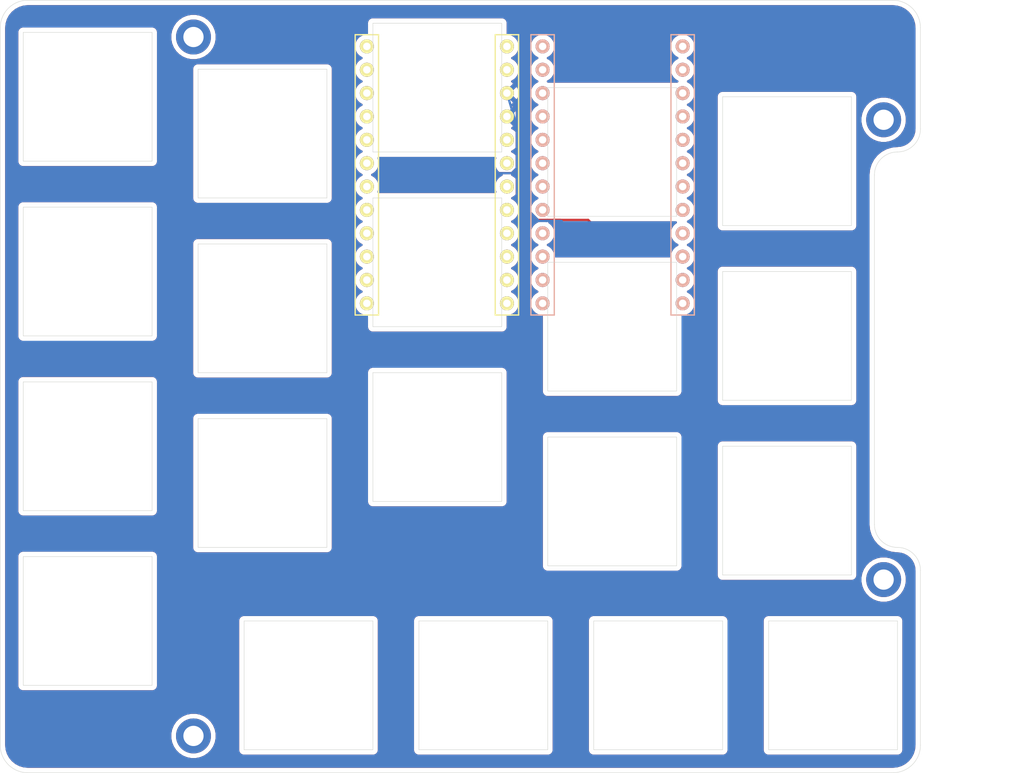
<source format=kicad_pcb>
(kicad_pcb (version 20171130) (host pcbnew "(5.1.0)-1")

  (general
    (thickness 1.6)
    (drawings 94)
    (tracks 31)
    (zones 0)
    (modules 6)
    (nets 24)
  )

  (page A4)
  (layers
    (0 F.Cu signal)
    (31 B.Cu signal)
    (32 B.Adhes user)
    (33 F.Adhes user)
    (34 B.Paste user)
    (35 F.Paste user)
    (36 B.SilkS user)
    (37 F.SilkS user)
    (38 B.Mask user)
    (39 F.Mask user)
    (40 Dwgs.User user)
    (41 Cmts.User user)
    (42 Eco1.User user)
    (43 Eco2.User user)
    (44 Edge.Cuts user)
    (45 Margin user)
    (46 B.CrtYd user)
    (47 F.CrtYd user)
    (48 B.Fab user)
    (49 F.Fab user)
  )

  (setup
    (last_trace_width 0.25)
    (trace_clearance 0.2)
    (zone_clearance 0.508)
    (zone_45_only no)
    (trace_min 0.2)
    (via_size 0.8)
    (via_drill 0.4)
    (via_min_size 0.4)
    (via_min_drill 0.3)
    (uvia_size 0.3)
    (uvia_drill 0.1)
    (uvias_allowed no)
    (uvia_min_size 0.2)
    (uvia_min_drill 0.1)
    (edge_width 0.05)
    (segment_width 0.2)
    (pcb_text_width 0.3)
    (pcb_text_size 1.5 1.5)
    (mod_edge_width 0.12)
    (mod_text_size 1 1)
    (mod_text_width 0.15)
    (pad_size 1.524 1.524)
    (pad_drill 0.762)
    (pad_to_mask_clearance 0.051)
    (solder_mask_min_width 0.25)
    (aux_axis_origin 0 0)
    (visible_elements 7FFFFFFF)
    (pcbplotparams
      (layerselection 0x010f0_ffffffff)
      (usegerberextensions false)
      (usegerberattributes false)
      (usegerberadvancedattributes false)
      (creategerberjobfile false)
      (excludeedgelayer true)
      (linewidth 0.100000)
      (plotframeref false)
      (viasonmask false)
      (mode 1)
      (useauxorigin false)
      (hpglpennumber 1)
      (hpglpenspeed 20)
      (hpglpendiameter 15.000000)
      (psnegative false)
      (psa4output false)
      (plotreference true)
      (plotvalue true)
      (plotinvisibletext false)
      (padsonsilk false)
      (subtractmaskfromsilk false)
      (outputformat 1)
      (mirror false)
      (drillshape 0)
      (scaleselection 1)
      (outputdirectory ""))
  )

  (net 0 "")
  (net 1 "Net-(U1-Pad24)")
  (net 2 "Net-(U1-Pad23)")
  (net 3 "Net-(U1-Pad22)")
  (net 4 "Net-(U1-Pad21)")
  (net 5 "Net-(U1-Pad20)")
  (net 6 "Net-(U1-Pad19)")
  (net 7 "Net-(U1-Pad18)")
  (net 8 "Net-(U1-Pad17)")
  (net 9 "Net-(U1-Pad16)")
  (net 10 "Net-(U1-Pad15)")
  (net 11 "Net-(U1-Pad14)")
  (net 12 "Net-(U1-Pad13)")
  (net 13 "Net-(U1-Pad12)")
  (net 14 "Net-(U1-Pad11)")
  (net 15 "Net-(U1-Pad10)")
  (net 16 "Net-(U1-Pad9)")
  (net 17 "Net-(U1-Pad8)")
  (net 18 "Net-(U1-Pad7)")
  (net 19 "Net-(U1-Pad6)")
  (net 20 "Net-(U1-Pad5)")
  (net 21 +5V)
  (net 22 "Net-(U1-Pad2)")
  (net 23 "Net-(U1-Pad1)")

  (net_class Default "これはデフォルトのネット クラスです。"
    (clearance 0.2)
    (trace_width 0.25)
    (via_dia 0.8)
    (via_drill 0.4)
    (uvia_dia 0.3)
    (uvia_drill 0.1)
    (add_net +5V)
    (add_net "Net-(U1-Pad1)")
    (add_net "Net-(U1-Pad10)")
    (add_net "Net-(U1-Pad11)")
    (add_net "Net-(U1-Pad12)")
    (add_net "Net-(U1-Pad13)")
    (add_net "Net-(U1-Pad14)")
    (add_net "Net-(U1-Pad15)")
    (add_net "Net-(U1-Pad16)")
    (add_net "Net-(U1-Pad17)")
    (add_net "Net-(U1-Pad18)")
    (add_net "Net-(U1-Pad19)")
    (add_net "Net-(U1-Pad2)")
    (add_net "Net-(U1-Pad20)")
    (add_net "Net-(U1-Pad21)")
    (add_net "Net-(U1-Pad22)")
    (add_net "Net-(U1-Pad23)")
    (add_net "Net-(U1-Pad24)")
    (add_net "Net-(U1-Pad5)")
    (add_net "Net-(U1-Pad6)")
    (add_net "Net-(U1-Pad7)")
    (add_net "Net-(U1-Pad8)")
    (add_net "Net-(U1-Pad9)")
  )

  (module MountingHole:MountingHole_2.2mm_M2_ISO14580_Pad (layer F.Cu) (tedit 56D1B4CB) (tstamp 5E0CAC45)
    (at 91 74)
    (descr "Mounting Hole 2.2mm, M2, ISO14580")
    (tags "mounting hole 2.2mm m2 iso14580")
    (attr virtual)
    (fp_text reference REF** (at 0 -2.9) (layer F.SilkS) hide
      (effects (font (size 1 1) (thickness 0.15)))
    )
    (fp_text value MountingHole_2.2mm_M2_ISO14580_Pad (at 0 2.9) (layer F.Fab)
      (effects (font (size 1 1) (thickness 0.15)))
    )
    (fp_text user %R (at 0.3 0) (layer F.Fab)
      (effects (font (size 1 1) (thickness 0.15)))
    )
    (fp_circle (center 0 0) (end 1.9 0) (layer Cmts.User) (width 0.15))
    (fp_circle (center 0 0) (end 2.15 0) (layer F.CrtYd) (width 0.05))
    (pad 1 thru_hole circle (at 0 0) (size 3.8 3.8) (drill 2.2) (layers *.Cu *.Mask))
  )

  (module MountingHole:MountingHole_2.2mm_M2_ISO14580_Pad (layer F.Cu) (tedit 56D1B4CB) (tstamp 5E0CAC45)
    (at 91 150)
    (descr "Mounting Hole 2.2mm, M2, ISO14580")
    (tags "mounting hole 2.2mm m2 iso14580")
    (attr virtual)
    (fp_text reference REF** (at 0 -2.9) (layer F.SilkS) hide
      (effects (font (size 1 1) (thickness 0.15)))
    )
    (fp_text value MountingHole_2.2mm_M2_ISO14580_Pad (at 0 2.9) (layer F.Fab)
      (effects (font (size 1 1) (thickness 0.15)))
    )
    (fp_text user %R (at 0.3 0) (layer F.Fab)
      (effects (font (size 1 1) (thickness 0.15)))
    )
    (fp_circle (center 0 0) (end 1.9 0) (layer Cmts.User) (width 0.15))
    (fp_circle (center 0 0) (end 2.15 0) (layer F.CrtYd) (width 0.05))
    (pad 1 thru_hole circle (at 0 0) (size 3.8 3.8) (drill 2.2) (layers *.Cu *.Mask))
  )

  (module MountingHole:MountingHole_2.2mm_M2_ISO14580_Pad (layer F.Cu) (tedit 56D1B4CB) (tstamp 5E0CAC30)
    (at 166 133)
    (descr "Mounting Hole 2.2mm, M2, ISO14580")
    (tags "mounting hole 2.2mm m2 iso14580")
    (attr virtual)
    (fp_text reference REF** (at 0 -2.9) (layer F.SilkS) hide
      (effects (font (size 1 1) (thickness 0.15)))
    )
    (fp_text value MountingHole_2.2mm_M2_ISO14580_Pad (at 0 2.9) (layer F.Fab)
      (effects (font (size 1 1) (thickness 0.15)))
    )
    (fp_circle (center 0 0) (end 2.15 0) (layer F.CrtYd) (width 0.05))
    (fp_circle (center 0 0) (end 1.9 0) (layer Cmts.User) (width 0.15))
    (fp_text user %R (at 0.3 0) (layer F.Fab)
      (effects (font (size 1 1) (thickness 0.15)))
    )
    (pad 1 thru_hole circle (at 0 0) (size 3.8 3.8) (drill 2.2) (layers *.Cu *.Mask))
  )

  (module MountingHole:MountingHole_2.2mm_M2_ISO14580_Pad (layer F.Cu) (tedit 56D1B4CB) (tstamp 5E0CA9C0)
    (at 166 83)
    (descr "Mounting Hole 2.2mm, M2, ISO14580")
    (tags "mounting hole 2.2mm m2 iso14580")
    (attr virtual)
    (fp_text reference REF** (at 0 -2) (layer F.SilkS) hide
      (effects (font (size 1 1) (thickness 0.15)))
    )
    (fp_text value MountingHole_2.2mm_M2_ISO14580_Pad (at 0 2.9) (layer F.Fab)
      (effects (font (size 1 1) (thickness 0.15)))
    )
    (fp_circle (center 0 0) (end 2.15 0) (layer F.CrtYd) (width 0.05))
    (fp_circle (center 0 0) (end 1.9 0) (layer Cmts.User) (width 0.15))
    (fp_text user %R (at 0.3 0) (layer F.Fab)
      (effects (font (size 1 1) (thickness 0.15)))
    )
    (pad 1 thru_hole circle (at 0 0) (size 3.8 3.8) (drill 2.2) (layers *.Cu *.Mask))
  )

  (module kbd:ProMicro_v2_1side (layer B.Cu) (tedit 5C224FA4) (tstamp 5E0B6C2C)
    (at 136.595 89.498 180)
    (path /5E0B5D2D)
    (fp_text reference U2 (at -0.1 0.05 -90) (layer B.SilkS) hide
      (effects (font (size 1 1) (thickness 0.15)) (justify mirror))
    )
    (fp_text value ProMicro (at -0.45 17 180) (layer B.Fab) hide
      (effects (font (size 1 1) (thickness 0.15)) (justify mirror))
    )
    (fp_text user "" (at -1.2065 16.256 180) (layer F.SilkS)
      (effects (font (size 1 1) (thickness 0.15)))
    )
    (fp_text user "" (at -0.5 17.25 180) (layer B.SilkS)
      (effects (font (size 1 1) (thickness 0.15)) (justify mirror))
    )
    (fp_line (start 6.3864 -14.732) (end 6.3864 15.748) (layer B.SilkS) (width 0.15))
    (fp_line (start 8.9264 -14.732) (end 6.3864 -14.732) (layer B.SilkS) (width 0.15))
    (fp_line (start 8.9264 15.748) (end 8.9264 -14.732) (layer B.SilkS) (width 0.15))
    (fp_line (start 6.3864 15.748) (end 8.9264 15.748) (layer B.SilkS) (width 0.15))
    (fp_line (start -8.8336 -14.732) (end -8.8336 15.748) (layer B.SilkS) (width 0.15))
    (fp_line (start -6.2936 -14.732) (end -8.8336 -14.732) (layer B.SilkS) (width 0.15))
    (fp_line (start -6.2936 15.748) (end -6.2936 -14.732) (layer B.SilkS) (width 0.15))
    (fp_line (start -8.8336 15.748) (end -6.2936 15.748) (layer B.SilkS) (width 0.15))
    (fp_line (start -8.845 -14.732) (end -8.845 18.288) (layer B.Fab) (width 0.15))
    (fp_line (start 8.935 -14.732) (end -8.845 -14.732) (layer B.Fab) (width 0.15))
    (fp_line (start 8.935 18.288) (end 8.935 -14.732) (layer B.Fab) (width 0.15))
    (fp_line (start -8.845 18.288) (end 8.935 18.288) (layer B.Fab) (width 0.15))
    (pad 24 thru_hole circle (at -7.5636 14.478 180) (size 1.524 1.524) (drill 0.8128) (layers *.Cu *.Mask B.SilkS))
    (pad 23 thru_hole circle (at -7.5636 11.938 180) (size 1.524 1.524) (drill 0.8128) (layers *.Cu *.Mask B.SilkS))
    (pad 22 thru_hole circle (at -7.5636 9.398 180) (size 1.524 1.524) (drill 0.8128) (layers *.Cu *.Mask B.SilkS))
    (pad 21 thru_hole circle (at -7.5636 6.858 180) (size 1.524 1.524) (drill 0.8128) (layers *.Cu *.Mask B.SilkS))
    (pad 20 thru_hole circle (at -7.5636 4.318 180) (size 1.524 1.524) (drill 0.8128) (layers *.Cu *.Mask B.SilkS))
    (pad 19 thru_hole circle (at -7.5636 1.778 180) (size 1.524 1.524) (drill 0.8128) (layers *.Cu *.Mask B.SilkS))
    (pad 18 thru_hole circle (at -7.5636 -0.762 180) (size 1.524 1.524) (drill 0.8128) (layers *.Cu *.Mask B.SilkS))
    (pad 17 thru_hole circle (at -7.5636 -3.302 180) (size 1.524 1.524) (drill 0.8128) (layers *.Cu *.Mask B.SilkS))
    (pad 16 thru_hole circle (at -7.5636 -5.842 180) (size 1.524 1.524) (drill 0.8128) (layers *.Cu *.Mask B.SilkS))
    (pad 15 thru_hole circle (at -7.5636 -8.382 180) (size 1.524 1.524) (drill 0.8128) (layers *.Cu *.Mask B.SilkS))
    (pad 14 thru_hole circle (at -7.5636 -10.922 180) (size 1.524 1.524) (drill 0.8128) (layers *.Cu *.Mask B.SilkS))
    (pad 13 thru_hole circle (at -7.5636 -13.462 180) (size 1.524 1.524) (drill 0.8128) (layers *.Cu *.Mask B.SilkS))
    (pad 12 thru_hole circle (at 7.6564 -13.462 180) (size 1.524 1.524) (drill 0.8128) (layers *.Cu *.Mask B.SilkS))
    (pad 11 thru_hole circle (at 7.6564 -10.922 180) (size 1.524 1.524) (drill 0.8128) (layers *.Cu *.Mask B.SilkS))
    (pad 10 thru_hole circle (at 7.6564 -8.382 180) (size 1.524 1.524) (drill 0.8128) (layers *.Cu *.Mask B.SilkS))
    (pad 9 thru_hole circle (at 7.6564 -5.842 180) (size 1.524 1.524) (drill 0.8128) (layers *.Cu *.Mask B.SilkS))
    (pad 8 thru_hole circle (at 7.6564 -3.302 180) (size 1.524 1.524) (drill 0.8128) (layers *.Cu *.Mask B.SilkS))
    (pad 7 thru_hole circle (at 7.6564 -0.762 180) (size 1.524 1.524) (drill 0.8128) (layers *.Cu *.Mask B.SilkS))
    (pad 6 thru_hole circle (at 7.6564 1.778 180) (size 1.524 1.524) (drill 0.8128) (layers *.Cu *.Mask B.SilkS))
    (pad 5 thru_hole circle (at 7.6564 4.318 180) (size 1.524 1.524) (drill 0.8128) (layers *.Cu *.Mask B.SilkS))
    (pad 4 thru_hole circle (at 7.6564 6.858 180) (size 1.524 1.524) (drill 0.8128) (layers *.Cu *.Mask B.SilkS))
    (pad 3 thru_hole circle (at 7.6564 9.398 180) (size 1.524 1.524) (drill 0.8128) (layers *.Cu *.Mask B.SilkS))
    (pad 2 thru_hole circle (at 7.6564 11.938 180) (size 1.524 1.524) (drill 0.8128) (layers *.Cu *.Mask B.SilkS))
    (pad 1 thru_hole circle (at 7.6564 14.478 180) (size 1.524 1.524) (drill 0.8128) (layers *.Cu *.Mask B.SilkS))
  )

  (module kbd:ProMicro_v2_1side (layer F.Cu) (tedit 5C224FA4) (tstamp 5E0B635E)
    (at 117.405 89.498)
    (path /5E0B505D)
    (fp_text reference U1 (at -0.1 -0.05 270) (layer F.SilkS) hide
      (effects (font (size 1 1) (thickness 0.15)))
    )
    (fp_text value ProMicro (at -0.45 -17) (layer F.Fab) hide
      (effects (font (size 1 1) (thickness 0.15)))
    )
    (fp_text user "" (at -1.2065 -16.256) (layer B.SilkS)
      (effects (font (size 1 1) (thickness 0.15)) (justify mirror))
    )
    (fp_text user "" (at -0.5 -17.25) (layer F.SilkS)
      (effects (font (size 1 1) (thickness 0.15)))
    )
    (fp_line (start 6.3864 14.732) (end 6.3864 -15.748) (layer F.SilkS) (width 0.15))
    (fp_line (start 8.9264 14.732) (end 6.3864 14.732) (layer F.SilkS) (width 0.15))
    (fp_line (start 8.9264 -15.748) (end 8.9264 14.732) (layer F.SilkS) (width 0.15))
    (fp_line (start 6.3864 -15.748) (end 8.9264 -15.748) (layer F.SilkS) (width 0.15))
    (fp_line (start -8.8336 14.732) (end -8.8336 -15.748) (layer F.SilkS) (width 0.15))
    (fp_line (start -6.2936 14.732) (end -8.8336 14.732) (layer F.SilkS) (width 0.15))
    (fp_line (start -6.2936 -15.748) (end -6.2936 14.732) (layer F.SilkS) (width 0.15))
    (fp_line (start -8.8336 -15.748) (end -6.2936 -15.748) (layer F.SilkS) (width 0.15))
    (fp_line (start -8.845 14.732) (end -8.845 -18.288) (layer F.Fab) (width 0.15))
    (fp_line (start 8.935 14.732) (end -8.845 14.732) (layer F.Fab) (width 0.15))
    (fp_line (start 8.935 -18.288) (end 8.935 14.732) (layer F.Fab) (width 0.15))
    (fp_line (start -8.845 -18.288) (end 8.935 -18.288) (layer F.Fab) (width 0.15))
    (pad 24 thru_hole circle (at -7.5636 -14.478) (size 1.524 1.524) (drill 0.8128) (layers *.Cu *.Mask F.SilkS)
      (net 1 "Net-(U1-Pad24)"))
    (pad 23 thru_hole circle (at -7.5636 -11.938) (size 1.524 1.524) (drill 0.8128) (layers *.Cu *.Mask F.SilkS)
      (net 2 "Net-(U1-Pad23)"))
    (pad 22 thru_hole circle (at -7.5636 -9.398) (size 1.524 1.524) (drill 0.8128) (layers *.Cu *.Mask F.SilkS)
      (net 3 "Net-(U1-Pad22)"))
    (pad 21 thru_hole circle (at -7.5636 -6.858) (size 1.524 1.524) (drill 0.8128) (layers *.Cu *.Mask F.SilkS)
      (net 4 "Net-(U1-Pad21)"))
    (pad 20 thru_hole circle (at -7.5636 -4.318) (size 1.524 1.524) (drill 0.8128) (layers *.Cu *.Mask F.SilkS)
      (net 5 "Net-(U1-Pad20)"))
    (pad 19 thru_hole circle (at -7.5636 -1.778) (size 1.524 1.524) (drill 0.8128) (layers *.Cu *.Mask F.SilkS)
      (net 6 "Net-(U1-Pad19)"))
    (pad 18 thru_hole circle (at -7.5636 0.762) (size 1.524 1.524) (drill 0.8128) (layers *.Cu *.Mask F.SilkS)
      (net 7 "Net-(U1-Pad18)"))
    (pad 17 thru_hole circle (at -7.5636 3.302) (size 1.524 1.524) (drill 0.8128) (layers *.Cu *.Mask F.SilkS)
      (net 8 "Net-(U1-Pad17)"))
    (pad 16 thru_hole circle (at -7.5636 5.842) (size 1.524 1.524) (drill 0.8128) (layers *.Cu *.Mask F.SilkS)
      (net 9 "Net-(U1-Pad16)"))
    (pad 15 thru_hole circle (at -7.5636 8.382) (size 1.524 1.524) (drill 0.8128) (layers *.Cu *.Mask F.SilkS)
      (net 10 "Net-(U1-Pad15)"))
    (pad 14 thru_hole circle (at -7.5636 10.922) (size 1.524 1.524) (drill 0.8128) (layers *.Cu *.Mask F.SilkS)
      (net 11 "Net-(U1-Pad14)"))
    (pad 13 thru_hole circle (at -7.5636 13.462) (size 1.524 1.524) (drill 0.8128) (layers *.Cu *.Mask F.SilkS)
      (net 12 "Net-(U1-Pad13)"))
    (pad 12 thru_hole circle (at 7.6564 13.462) (size 1.524 1.524) (drill 0.8128) (layers *.Cu *.Mask F.SilkS)
      (net 13 "Net-(U1-Pad12)"))
    (pad 11 thru_hole circle (at 7.6564 10.922) (size 1.524 1.524) (drill 0.8128) (layers *.Cu *.Mask F.SilkS)
      (net 14 "Net-(U1-Pad11)"))
    (pad 10 thru_hole circle (at 7.6564 8.382) (size 1.524 1.524) (drill 0.8128) (layers *.Cu *.Mask F.SilkS)
      (net 15 "Net-(U1-Pad10)"))
    (pad 9 thru_hole circle (at 7.6564 5.842) (size 1.524 1.524) (drill 0.8128) (layers *.Cu *.Mask F.SilkS)
      (net 16 "Net-(U1-Pad9)"))
    (pad 8 thru_hole circle (at 7.6564 3.302) (size 1.524 1.524) (drill 0.8128) (layers *.Cu *.Mask F.SilkS)
      (net 17 "Net-(U1-Pad8)"))
    (pad 7 thru_hole circle (at 7.6564 0.762) (size 1.524 1.524) (drill 0.8128) (layers *.Cu *.Mask F.SilkS)
      (net 18 "Net-(U1-Pad7)"))
    (pad 6 thru_hole circle (at 7.6564 -1.778) (size 1.524 1.524) (drill 0.8128) (layers *.Cu *.Mask F.SilkS)
      (net 19 "Net-(U1-Pad6)"))
    (pad 5 thru_hole circle (at 7.6564 -4.318) (size 1.524 1.524) (drill 0.8128) (layers *.Cu *.Mask F.SilkS)
      (net 20 "Net-(U1-Pad5)"))
    (pad 4 thru_hole circle (at 7.6564 -6.858) (size 1.524 1.524) (drill 0.8128) (layers *.Cu *.Mask F.SilkS)
      (net 21 +5V))
    (pad 3 thru_hole circle (at 7.6564 -9.398) (size 1.524 1.524) (drill 0.8128) (layers *.Cu *.Mask F.SilkS)
      (net 21 +5V))
    (pad 2 thru_hole circle (at 7.6564 -11.938) (size 1.524 1.524) (drill 0.8128) (layers *.Cu *.Mask F.SilkS)
      (net 22 "Net-(U1-Pad2)"))
    (pad 1 thru_hole circle (at 7.6564 -14.478) (size 1.524 1.524) (drill 0.8128) (layers *.Cu *.Mask F.SilkS)
      (net 23 "Net-(U1-Pad1)"))
  )

  (gr_arc (start 73 73) (end 73 70) (angle -90) (layer Edge.Cuts) (width 0.05))
  (gr_arc (start 167 73) (end 170 73) (angle -90) (layer Edge.Cuts) (width 0.05))
  (gr_arc (start 167 151) (end 167 154) (angle -90) (layer Edge.Cuts) (width 0.05))
  (gr_arc (start 73 151) (end 70 151) (angle -90) (layer Edge.Cuts) (width 0.05))
  (gr_line (start 110.5 105.5) (end 110.5 91.5) (layer Edge.Cuts) (width 0.05) (tstamp 5E0B3452))
  (gr_line (start 110.5 86.5) (end 110.5 72.5) (layer Edge.Cuts) (width 0.05) (tstamp 5E0B3452))
  (gr_line (start 129.5 93.5) (end 129.5 79.5) (layer Edge.Cuts) (width 0.05) (tstamp 5E0B3452))
  (gr_line (start 129.5 112.5) (end 129.5 98.5) (layer Edge.Cuts) (width 0.05) (tstamp 5E0B3452))
  (gr_line (start 124.5 91.5) (end 124.5 105.5) (layer Edge.Cuts) (width 0.05) (tstamp 5E0B344F))
  (gr_line (start 124.5 72.5) (end 124.5 86.5) (layer Edge.Cuts) (width 0.05) (tstamp 5E0B344F))
  (gr_line (start 170 84) (end 170 73) (layer Edge.Cuts) (width 0.05) (tstamp 5E0B43AE))
  (gr_line (start 170 151) (end 170 132) (layer Edge.Cuts) (width 0.05) (tstamp 5E0B43A7))
  (gr_arc (start 167.5 84) (end 167.5 86.5) (angle -90) (layer Edge.Cuts) (width 0.05))
  (gr_arc (start 167.5 89) (end 167.5 86.5) (angle -90) (layer Edge.Cuts) (width 0.05))
  (gr_arc (start 167.5 132) (end 170 132) (angle -90) (layer Edge.Cuts) (width 0.05))
  (gr_arc (start 167.5 127) (end 165 127) (angle -90) (layer Edge.Cuts) (width 0.05))
  (gr_line (start 165 89) (end 165 127) (layer Edge.Cuts) (width 0.05))
  (gr_line (start 96.5 151.5) (end 96.5 137.5) (layer Edge.Cuts) (width 0.05) (tstamp 5E0B3452))
  (gr_line (start 96.5 137.5) (end 110.5 137.5) (layer Edge.Cuts) (width 0.05) (tstamp 5E0B3451))
  (gr_line (start 110.5 151.5) (end 96.5 151.5) (layer Edge.Cuts) (width 0.05) (tstamp 5E0B3450))
  (gr_line (start 110.5 137.5) (end 110.5 151.5) (layer Edge.Cuts) (width 0.05) (tstamp 5E0B344F))
  (gr_line (start 115.5 151.5) (end 115.5 137.5) (layer Edge.Cuts) (width 0.05) (tstamp 5E0B3452))
  (gr_line (start 115.5 137.5) (end 129.5 137.5) (layer Edge.Cuts) (width 0.05) (tstamp 5E0B3451))
  (gr_line (start 129.5 151.5) (end 115.5 151.5) (layer Edge.Cuts) (width 0.05) (tstamp 5E0B3450))
  (gr_line (start 129.5 137.5) (end 129.5 151.5) (layer Edge.Cuts) (width 0.05) (tstamp 5E0B344F))
  (gr_line (start 134.5 151.5) (end 134.5 137.5) (layer Edge.Cuts) (width 0.05) (tstamp 5E0B3452))
  (gr_line (start 134.5 137.5) (end 148.5 137.5) (layer Edge.Cuts) (width 0.05) (tstamp 5E0B3451))
  (gr_line (start 148.5 151.5) (end 134.5 151.5) (layer Edge.Cuts) (width 0.05) (tstamp 5E0B3450))
  (gr_line (start 148.5 137.5) (end 148.5 151.5) (layer Edge.Cuts) (width 0.05) (tstamp 5E0B344F))
  (gr_line (start 153.5 151.5) (end 153.5 137.5) (layer Edge.Cuts) (width 0.05) (tstamp 5E0B3452))
  (gr_line (start 153.5 137.5) (end 167.5 137.5) (layer Edge.Cuts) (width 0.05) (tstamp 5E0B3451))
  (gr_line (start 167.5 151.5) (end 153.5 151.5) (layer Edge.Cuts) (width 0.05) (tstamp 5E0B3450))
  (gr_line (start 167.5 137.5) (end 167.5 151.5) (layer Edge.Cuts) (width 0.05) (tstamp 5E0B344F))
  (gr_line (start 148.5 132.5) (end 148.5 118.5) (layer Edge.Cuts) (width 0.05) (tstamp 5E0B3452))
  (gr_line (start 148.5 118.5) (end 162.5 118.5) (layer Edge.Cuts) (width 0.05) (tstamp 5E0B3451))
  (gr_line (start 162.5 132.5) (end 148.5 132.5) (layer Edge.Cuts) (width 0.05) (tstamp 5E0B3450))
  (gr_line (start 162.5 118.5) (end 162.5 132.5) (layer Edge.Cuts) (width 0.05) (tstamp 5E0B344F))
  (gr_line (start 148.5 113.5) (end 148.5 99.5) (layer Edge.Cuts) (width 0.05) (tstamp 5E0B3452))
  (gr_line (start 148.5 99.5) (end 162.5 99.5) (layer Edge.Cuts) (width 0.05) (tstamp 5E0B3451))
  (gr_line (start 162.5 113.5) (end 148.5 113.5) (layer Edge.Cuts) (width 0.05) (tstamp 5E0B3450))
  (gr_line (start 162.5 99.5) (end 162.5 113.5) (layer Edge.Cuts) (width 0.05) (tstamp 5E0B344F))
  (gr_line (start 148.5 94.5) (end 148.5 80.5) (layer Edge.Cuts) (width 0.05) (tstamp 5E0B3452))
  (gr_line (start 148.5 80.5) (end 162.5 80.5) (layer Edge.Cuts) (width 0.05) (tstamp 5E0B3451))
  (gr_line (start 162.5 94.5) (end 148.5 94.5) (layer Edge.Cuts) (width 0.05) (tstamp 5E0B3450))
  (gr_line (start 162.5 80.5) (end 162.5 94.5) (layer Edge.Cuts) (width 0.05) (tstamp 5E0B344F))
  (gr_line (start 129.5 131.5) (end 129.5 117.5) (layer Edge.Cuts) (width 0.05) (tstamp 5E0B3452))
  (gr_line (start 129.5 117.5) (end 143.5 117.5) (layer Edge.Cuts) (width 0.05) (tstamp 5E0B3451))
  (gr_line (start 143.5 131.5) (end 129.5 131.5) (layer Edge.Cuts) (width 0.05) (tstamp 5E0B3450))
  (gr_line (start 143.5 117.5) (end 143.5 131.5) (layer Edge.Cuts) (width 0.05) (tstamp 5E0B344F))
  (gr_line (start 129.5 98.5) (end 143.5 98.5) (layer Edge.Cuts) (width 0.05) (tstamp 5E0B3451))
  (gr_line (start 143.5 112.5) (end 129.5 112.5) (layer Edge.Cuts) (width 0.05) (tstamp 5E0B3450))
  (gr_line (start 143.5 98.5) (end 143.5 112.5) (layer Edge.Cuts) (width 0.05) (tstamp 5E0B344F))
  (gr_line (start 129.5 79.5) (end 143.5 79.5) (layer Edge.Cuts) (width 0.05) (tstamp 5E0B3451))
  (gr_line (start 143.5 93.5) (end 129.5 93.5) (layer Edge.Cuts) (width 0.05) (tstamp 5E0B3450))
  (gr_line (start 143.5 79.5) (end 143.5 93.5) (layer Edge.Cuts) (width 0.05) (tstamp 5E0B344F))
  (gr_line (start 110.5 124.5) (end 110.5 110.5) (layer Edge.Cuts) (width 0.05) (tstamp 5E0B3452))
  (gr_line (start 110.5 110.5) (end 124.5 110.5) (layer Edge.Cuts) (width 0.05) (tstamp 5E0B3451))
  (gr_line (start 124.5 124.5) (end 110.5 124.5) (layer Edge.Cuts) (width 0.05) (tstamp 5E0B3450))
  (gr_line (start 124.5 110.5) (end 124.5 124.5) (layer Edge.Cuts) (width 0.05) (tstamp 5E0B344F))
  (gr_line (start 110.5 91.5) (end 124.5 91.5) (layer Edge.Cuts) (width 0.05) (tstamp 5E0B3451))
  (gr_line (start 124.5 105.5) (end 110.5 105.5) (layer Edge.Cuts) (width 0.05) (tstamp 5E0B3450))
  (gr_line (start 110.5 72.5) (end 124.5 72.5) (layer Edge.Cuts) (width 0.05) (tstamp 5E0B3451))
  (gr_line (start 124.5 86.5) (end 110.5 86.5) (layer Edge.Cuts) (width 0.05) (tstamp 5E0B3450))
  (gr_line (start 91.5 129.5) (end 91.5 115.5) (layer Edge.Cuts) (width 0.05) (tstamp 5E0B3452))
  (gr_line (start 91.5 115.5) (end 105.5 115.5) (layer Edge.Cuts) (width 0.05) (tstamp 5E0B3451))
  (gr_line (start 105.5 129.5) (end 91.5 129.5) (layer Edge.Cuts) (width 0.05) (tstamp 5E0B3450))
  (gr_line (start 105.5 115.5) (end 105.5 129.5) (layer Edge.Cuts) (width 0.05) (tstamp 5E0B344F))
  (gr_line (start 91.5 110.5) (end 91.5 96.5) (layer Edge.Cuts) (width 0.05) (tstamp 5E0B3452))
  (gr_line (start 91.5 96.5) (end 105.5 96.5) (layer Edge.Cuts) (width 0.05) (tstamp 5E0B3451))
  (gr_line (start 105.5 110.5) (end 91.5 110.5) (layer Edge.Cuts) (width 0.05) (tstamp 5E0B3450))
  (gr_line (start 105.5 96.5) (end 105.5 110.5) (layer Edge.Cuts) (width 0.05) (tstamp 5E0B344F))
  (gr_line (start 91.5 91.5) (end 91.5 77.5) (layer Edge.Cuts) (width 0.05) (tstamp 5E0B3452))
  (gr_line (start 91.5 77.5) (end 105.5 77.5) (layer Edge.Cuts) (width 0.05) (tstamp 5E0B3451))
  (gr_line (start 105.5 91.5) (end 91.5 91.5) (layer Edge.Cuts) (width 0.05) (tstamp 5E0B3450))
  (gr_line (start 105.5 77.5) (end 105.5 91.5) (layer Edge.Cuts) (width 0.05) (tstamp 5E0B344F))
  (gr_line (start 72.5 144.5) (end 72.5 130.5) (layer Edge.Cuts) (width 0.05) (tstamp 5E0B3452))
  (gr_line (start 72.5 130.5) (end 86.5 130.5) (layer Edge.Cuts) (width 0.05) (tstamp 5E0B3451))
  (gr_line (start 86.5 144.5) (end 72.5 144.5) (layer Edge.Cuts) (width 0.05) (tstamp 5E0B3450))
  (gr_line (start 86.5 130.5) (end 86.5 144.5) (layer Edge.Cuts) (width 0.05) (tstamp 5E0B344F))
  (gr_line (start 72.5 125.5) (end 72.5 111.5) (layer Edge.Cuts) (width 0.05) (tstamp 5E0B3452))
  (gr_line (start 72.5 111.5) (end 86.5 111.5) (layer Edge.Cuts) (width 0.05) (tstamp 5E0B3451))
  (gr_line (start 86.5 125.5) (end 72.5 125.5) (layer Edge.Cuts) (width 0.05) (tstamp 5E0B3450))
  (gr_line (start 86.5 111.5) (end 86.5 125.5) (layer Edge.Cuts) (width 0.05) (tstamp 5E0B344F))
  (gr_line (start 72.5 92.5) (end 86.5 92.5) (layer Edge.Cuts) (width 0.05) (tstamp 5E0B33F1))
  (gr_line (start 86.5 92.5) (end 86.5 106.5) (layer Edge.Cuts) (width 0.05) (tstamp 5E0B33F0))
  (gr_line (start 86.5 106.5) (end 72.5 106.5) (layer Edge.Cuts) (width 0.05) (tstamp 5E0B33EF))
  (gr_line (start 72.5 106.5) (end 72.5 92.5) (layer Edge.Cuts) (width 0.05) (tstamp 5E0B33EE))
  (gr_line (start 72.5 87.5) (end 72.5 73.5) (layer Edge.Cuts) (width 0.05) (tstamp 5E0B33DA))
  (gr_line (start 86.5 87.5) (end 72.5 87.5) (layer Edge.Cuts) (width 0.05))
  (gr_line (start 86.5 73.5) (end 86.5 87.5) (layer Edge.Cuts) (width 0.05))
  (gr_line (start 72.5 73.5) (end 86.5 73.5) (layer Edge.Cuts) (width 0.05))
  (gr_line (start 70 151) (end 70 73) (layer Edge.Cuts) (width 0.05) (tstamp 5E0B31BD))
  (gr_line (start 167 154) (end 73 154) (layer Edge.Cuts) (width 0.05))
  (gr_line (start 73 70) (end 167 70) (layer Edge.Cuts) (width 0.05))

  (segment (start 126.148401 83.727001) (end 126.148401 91.618563) (width 0.25) (layer F.Cu) (net 21))
  (segment (start 125.823399 80.861999) (end 125.0614 80.1) (width 0.25) (layer F.Cu) (net 21))
  (segment (start 126.148401 81.187001) (end 125.823399 80.861999) (width 0.25) (layer F.Cu) (net 21))
  (segment (start 126.148401 91.618563) (end 126.148401 81.187001) (width 0.25) (layer F.Cu) (net 21))
  (segment (start 128.416839 93.887001) (end 126.148401 91.618563) (width 0.25) (layer F.Cu) (net 21))
  (segment (start 129.460361 93.887001) (end 128.416839 93.887001) (width 0.25) (layer F.Cu) (net 21))
  (segment (start 125.583161 88.807001) (end 121.192999 88.807001) (width 0.25) (layer B.Cu) (net 21))
  (segment (start 125.0614 82.64) (end 126.148401 83.727001) (width 0.25) (layer B.Cu) (net 21))
  (segment (start 126.148401 83.727001) (end 125.0614 80.1) (width 0.25) (layer B.Cu) (net 21))
  (segment (start 125.823399 80.861999) (end 125.0614 80.1) (width 0.25) (layer B.Cu) (net 21))
  (segment (start 126.148401 81.187001) (end 125.823399 80.861999) (width 0.25) (layer B.Cu) (net 21))
  (segment (start 126.148401 88.241761) (end 126.148401 81.187001) (width 0.25) (layer B.Cu) (net 21))
  (segment (start 125.583161 88.807001) (end 126.148401 88.241761) (width 0.25) (layer B.Cu) (net 21))
  (segment (start 126.148401 91.618563) (end 128.529838 94) (width 0.25) (layer B.Cu) (net 21))
  (segment (start 126.148401 83.727001) (end 126.148401 91.618563) (width 0.25) (layer B.Cu) (net 21))
  (segment (start 128.529838 94) (end 129.347362 94) (width 0.25) (layer B.Cu) (net 21))
  (segment (start 125.823399 83.401999) (end 125.0614 82.64) (width 0.25) (layer F.Cu) (net 21))
  (segment (start 126.148401 83.727001) (end 125.823399 83.401999) (width 0.25) (layer F.Cu) (net 21))
  (segment (start 126.148401 88.241761) (end 126.148401 83.727001) (width 0.25) (layer F.Cu) (net 21))
  (segment (start 125.583161 88.807001) (end 126.148401 88.241761) (width 0.25) (layer F.Cu) (net 21))
  (segment (start 120.192999 88.807001) (end 125.583161 88.807001) (width 0.25) (layer F.Cu) (net 21))
  (segment (start 120 89) (end 120.192999 88.807001) (width 0.25) (layer F.Cu) (net 21))
  (segment (start 129.347362 94) (end 131 94) (width 0.25) (layer B.Cu) (net 21))
  (segment (start 130.112999 93.887001) (end 133.887001 93.887001) (width 0.25) (layer F.Cu) (net 21))
  (segment (start 130.112999 93.887001) (end 130.887001 93.887001) (width 0.25) (layer F.Cu) (net 21))
  (segment (start 129.460361 93.887001) (end 130.112999 93.887001) (width 0.25) (layer F.Cu) (net 21))
  (segment (start 133.887001 93.887001) (end 135 95) (width 0.25) (layer F.Cu) (net 21))
  (segment (start 135 95) (end 135 96) (width 0.25) (layer F.Cu) (net 21))
  (segment (start 135 96) (end 134 96) (width 0.25) (layer F.Cu) (net 21))
  (segment (start 131 94) (end 131 95) (width 0.25) (layer B.Cu) (net 21))
  (segment (start 131 95) (end 132 96) (width 0.25) (layer B.Cu) (net 21))

  (zone (net 21) (net_name +5V) (layer B.Cu) (tstamp 5E0F09CD) (hatch edge 0.508)
    (connect_pads (clearance 0.508))
    (min_thickness 0.254)
    (fill yes (arc_segments 32) (thermal_gap 0.508) (thermal_bridge_width 0.508))
    (polygon
      (pts
        (xy 70 70) (xy 170 70) (xy 170 154) (xy 70 154)
      )
    )
    (filled_polygon
      (pts
        (xy 167.453893 70.70767) (xy 167.890498 70.839489) (xy 168.293185 71.0536) (xy 168.646612 71.341848) (xy 168.937327 71.693261)
        (xy 169.154242 72.094439) (xy 169.289106 72.530113) (xy 169.340001 73.014353) (xy 169.34 83.967721) (xy 169.301853 84.356776)
        (xy 169.198238 84.699964) (xy 169.029939 85.016489) (xy 168.803365 85.294296) (xy 168.527146 85.522805) (xy 168.211803 85.69331)
        (xy 167.869344 85.799319) (xy 167.481718 85.84006) (xy 167.48024 85.840065) (xy 167.45156 85.842978) (xy 167.42273 85.842777)
        (xy 167.413558 85.843677) (xy 166.928316 85.894678) (xy 166.86976 85.906698) (xy 166.810959 85.917914) (xy 166.802138 85.920578)
        (xy 166.336044 86.064858) (xy 166.280881 86.088046) (xy 166.225435 86.110448) (xy 166.217299 86.114774) (xy 165.788106 86.346838)
        (xy 165.738539 86.380271) (xy 165.68846 86.413042) (xy 165.681319 86.418866) (xy 165.305374 86.729875) (xy 165.263252 86.772292)
        (xy 165.220483 86.814174) (xy 165.21461 86.821275) (xy 164.906233 87.199382) (xy 164.873141 87.249191) (xy 164.839334 87.298563)
        (xy 164.834952 87.306669) (xy 164.60589 87.737473) (xy 164.583099 87.792767) (xy 164.559529 87.84776) (xy 164.556804 87.856563)
        (xy 164.415781 88.323653) (xy 164.404159 88.382347) (xy 164.391725 88.440844) (xy 164.390762 88.450009) (xy 164.34315 88.935595)
        (xy 164.34 88.967582) (xy 164.340001 127.032419) (xy 164.342886 127.061709) (xy 164.342777 127.077271) (xy 164.343677 127.086442)
        (xy 164.394678 127.571684) (xy 164.406699 127.630247) (xy 164.417914 127.68904) (xy 164.420578 127.697862) (xy 164.564858 128.163956)
        (xy 164.588033 128.219086) (xy 164.610447 128.274565) (xy 164.614774 128.282701) (xy 164.846838 128.711894) (xy 164.880271 128.761461)
        (xy 164.913042 128.81154) (xy 164.918867 128.818681) (xy 165.229875 129.194627) (xy 165.272311 129.236767) (xy 165.314174 129.279517)
        (xy 165.321275 129.285391) (xy 165.699382 129.593767) (xy 165.749191 129.626859) (xy 165.798563 129.660666) (xy 165.806667 129.665047)
        (xy 165.806675 129.665051) (xy 166.237473 129.894111) (xy 166.292788 129.91691) (xy 166.34776 129.940471) (xy 166.356563 129.943196)
        (xy 166.823652 130.084219) (xy 166.882369 130.095845) (xy 166.940845 130.108275) (xy 166.950009 130.109238) (xy 167.435581 130.156849)
        (xy 167.435595 130.15685) (xy 167.856775 130.198147) (xy 168.199967 130.301763) (xy 168.516489 130.470062) (xy 168.794299 130.696637)
        (xy 169.022806 130.972856) (xy 169.19331 131.288197) (xy 169.299319 131.630656) (xy 169.340001 132.017722) (xy 169.34 150.967721)
        (xy 169.29233 151.453894) (xy 169.160512 151.890497) (xy 168.946399 152.293186) (xy 168.65815 152.646613) (xy 168.306739 152.937327)
        (xy 167.905564 153.15424) (xy 167.469886 153.289106) (xy 166.985664 153.34) (xy 73.032279 153.34) (xy 72.546106 153.29233)
        (xy 72.109503 153.160512) (xy 71.706814 152.946399) (xy 71.353387 152.65815) (xy 71.062673 152.306739) (xy 70.84576 151.905564)
        (xy 70.710894 151.469886) (xy 70.66 150.985664) (xy 70.66 149.750324) (xy 88.465 149.750324) (xy 88.465 150.249676)
        (xy 88.562418 150.739432) (xy 88.753512 151.200773) (xy 89.030937 151.615968) (xy 89.384032 151.969063) (xy 89.799227 152.246488)
        (xy 90.260568 152.437582) (xy 90.750324 152.535) (xy 91.249676 152.535) (xy 91.739432 152.437582) (xy 92.200773 152.246488)
        (xy 92.615968 151.969063) (xy 92.969063 151.615968) (xy 93.246488 151.200773) (xy 93.437582 150.739432) (xy 93.535 150.249676)
        (xy 93.535 149.750324) (xy 93.437582 149.260568) (xy 93.246488 148.799227) (xy 92.969063 148.384032) (xy 92.615968 148.030937)
        (xy 92.200773 147.753512) (xy 91.739432 147.562418) (xy 91.249676 147.465) (xy 90.750324 147.465) (xy 90.260568 147.562418)
        (xy 89.799227 147.753512) (xy 89.384032 148.030937) (xy 89.030937 148.384032) (xy 88.753512 148.799227) (xy 88.562418 149.260568)
        (xy 88.465 149.750324) (xy 70.66 149.750324) (xy 70.66 130.5) (xy 71.836807 130.5) (xy 71.840001 130.532429)
        (xy 71.84 144.467581) (xy 71.836807 144.5) (xy 71.84955 144.629383) (xy 71.88729 144.753793) (xy 71.948575 144.86845)
        (xy 72.031052 144.968948) (xy 72.13155 145.051425) (xy 72.246207 145.11271) (xy 72.370617 145.15045) (xy 72.5 145.163193)
        (xy 72.532419 145.16) (xy 86.467581 145.16) (xy 86.5 145.163193) (xy 86.532419 145.16) (xy 86.629383 145.15045)
        (xy 86.753793 145.11271) (xy 86.86845 145.051425) (xy 86.968948 144.968948) (xy 87.051425 144.86845) (xy 87.11271 144.753793)
        (xy 87.15045 144.629383) (xy 87.163193 144.5) (xy 87.16 144.467581) (xy 87.16 137.5) (xy 95.836807 137.5)
        (xy 95.840001 137.532429) (xy 95.84 151.467581) (xy 95.836807 151.5) (xy 95.84955 151.629383) (xy 95.88729 151.753793)
        (xy 95.948575 151.86845) (xy 96.029764 151.967379) (xy 96.031052 151.968948) (xy 96.13155 152.051425) (xy 96.246207 152.11271)
        (xy 96.370617 152.15045) (xy 96.5 152.163193) (xy 96.532419 152.16) (xy 110.467581 152.16) (xy 110.5 152.163193)
        (xy 110.532419 152.16) (xy 110.629383 152.15045) (xy 110.753793 152.11271) (xy 110.86845 152.051425) (xy 110.968948 151.968948)
        (xy 111.051425 151.86845) (xy 111.11271 151.753793) (xy 111.15045 151.629383) (xy 111.163193 151.5) (xy 111.16 151.467581)
        (xy 111.16 137.532419) (xy 111.163193 137.5) (xy 114.836807 137.5) (xy 114.840001 137.532429) (xy 114.84 151.467581)
        (xy 114.836807 151.5) (xy 114.84955 151.629383) (xy 114.88729 151.753793) (xy 114.948575 151.86845) (xy 115.029764 151.967379)
        (xy 115.031052 151.968948) (xy 115.13155 152.051425) (xy 115.246207 152.11271) (xy 115.370617 152.15045) (xy 115.5 152.163193)
        (xy 115.532419 152.16) (xy 129.467581 152.16) (xy 129.5 152.163193) (xy 129.532419 152.16) (xy 129.629383 152.15045)
        (xy 129.753793 152.11271) (xy 129.86845 152.051425) (xy 129.968948 151.968948) (xy 130.051425 151.86845) (xy 130.11271 151.753793)
        (xy 130.15045 151.629383) (xy 130.163193 151.5) (xy 130.16 151.467581) (xy 130.16 137.532419) (xy 130.163193 137.5)
        (xy 133.836807 137.5) (xy 133.840001 137.532429) (xy 133.84 151.467581) (xy 133.836807 151.5) (xy 133.84955 151.629383)
        (xy 133.88729 151.753793) (xy 133.948575 151.86845) (xy 134.029764 151.967379) (xy 134.031052 151.968948) (xy 134.13155 152.051425)
        (xy 134.246207 152.11271) (xy 134.370617 152.15045) (xy 134.5 152.163193) (xy 134.532419 152.16) (xy 148.467581 152.16)
        (xy 148.5 152.163193) (xy 148.532419 152.16) (xy 148.629383 152.15045) (xy 148.753793 152.11271) (xy 148.86845 152.051425)
        (xy 148.968948 151.968948) (xy 149.051425 151.86845) (xy 149.11271 151.753793) (xy 149.15045 151.629383) (xy 149.163193 151.5)
        (xy 149.16 151.467581) (xy 149.16 137.532419) (xy 149.163193 137.5) (xy 152.836807 137.5) (xy 152.840001 137.532429)
        (xy 152.84 151.467581) (xy 152.836807 151.5) (xy 152.84955 151.629383) (xy 152.88729 151.753793) (xy 152.948575 151.86845)
        (xy 153.029764 151.967379) (xy 153.031052 151.968948) (xy 153.13155 152.051425) (xy 153.246207 152.11271) (xy 153.370617 152.15045)
        (xy 153.5 152.163193) (xy 153.532419 152.16) (xy 167.467581 152.16) (xy 167.5 152.163193) (xy 167.532419 152.16)
        (xy 167.629383 152.15045) (xy 167.753793 152.11271) (xy 167.86845 152.051425) (xy 167.968948 151.968948) (xy 168.051425 151.86845)
        (xy 168.11271 151.753793) (xy 168.15045 151.629383) (xy 168.163193 151.5) (xy 168.16 151.467581) (xy 168.16 137.532419)
        (xy 168.163193 137.5) (xy 168.15045 137.370617) (xy 168.11271 137.246207) (xy 168.051425 137.13155) (xy 167.968948 137.031052)
        (xy 167.86845 136.948575) (xy 167.753793 136.88729) (xy 167.629383 136.84955) (xy 167.532419 136.84) (xy 167.5 136.836807)
        (xy 167.467581 136.84) (xy 153.532419 136.84) (xy 153.5 136.836807) (xy 153.467581 136.84) (xy 153.370617 136.84955)
        (xy 153.246207 136.88729) (xy 153.13155 136.948575) (xy 153.031052 137.031052) (xy 152.948575 137.13155) (xy 152.88729 137.246207)
        (xy 152.84955 137.370617) (xy 152.836807 137.5) (xy 149.163193 137.5) (xy 149.15045 137.370617) (xy 149.11271 137.246207)
        (xy 149.051425 137.13155) (xy 148.968948 137.031052) (xy 148.86845 136.948575) (xy 148.753793 136.88729) (xy 148.629383 136.84955)
        (xy 148.532419 136.84) (xy 148.5 136.836807) (xy 148.467581 136.84) (xy 134.532419 136.84) (xy 134.5 136.836807)
        (xy 134.467581 136.84) (xy 134.370617 136.84955) (xy 134.246207 136.88729) (xy 134.13155 136.948575) (xy 134.031052 137.031052)
        (xy 133.948575 137.13155) (xy 133.88729 137.246207) (xy 133.84955 137.370617) (xy 133.836807 137.5) (xy 130.163193 137.5)
        (xy 130.15045 137.370617) (xy 130.11271 137.246207) (xy 130.051425 137.13155) (xy 129.968948 137.031052) (xy 129.86845 136.948575)
        (xy 129.753793 136.88729) (xy 129.629383 136.84955) (xy 129.532419 136.84) (xy 129.5 136.836807) (xy 129.467581 136.84)
        (xy 115.532419 136.84) (xy 115.5 136.836807) (xy 115.467581 136.84) (xy 115.370617 136.84955) (xy 115.246207 136.88729)
        (xy 115.13155 136.948575) (xy 115.031052 137.031052) (xy 114.948575 137.13155) (xy 114.88729 137.246207) (xy 114.84955 137.370617)
        (xy 114.836807 137.5) (xy 111.163193 137.5) (xy 111.15045 137.370617) (xy 111.11271 137.246207) (xy 111.051425 137.13155)
        (xy 110.968948 137.031052) (xy 110.86845 136.948575) (xy 110.753793 136.88729) (xy 110.629383 136.84955) (xy 110.532419 136.84)
        (xy 110.5 136.836807) (xy 110.467581 136.84) (xy 96.532419 136.84) (xy 96.5 136.836807) (xy 96.467581 136.84)
        (xy 96.370617 136.84955) (xy 96.246207 136.88729) (xy 96.13155 136.948575) (xy 96.031052 137.031052) (xy 95.948575 137.13155)
        (xy 95.88729 137.246207) (xy 95.84955 137.370617) (xy 95.836807 137.5) (xy 87.16 137.5) (xy 87.16 130.532419)
        (xy 87.163193 130.5) (xy 87.15045 130.370617) (xy 87.11271 130.246207) (xy 87.051425 130.13155) (xy 86.968948 130.031052)
        (xy 86.86845 129.948575) (xy 86.753793 129.88729) (xy 86.629383 129.84955) (xy 86.532419 129.84) (xy 86.5 129.836807)
        (xy 86.467581 129.84) (xy 72.532419 129.84) (xy 72.5 129.836807) (xy 72.467581 129.84) (xy 72.370617 129.84955)
        (xy 72.246207 129.88729) (xy 72.13155 129.948575) (xy 72.031052 130.031052) (xy 71.948575 130.13155) (xy 71.88729 130.246207)
        (xy 71.84955 130.370617) (xy 71.836807 130.5) (xy 70.66 130.5) (xy 70.66 111.5) (xy 71.836807 111.5)
        (xy 71.840001 111.532429) (xy 71.84 125.467581) (xy 71.836807 125.5) (xy 71.84955 125.629383) (xy 71.88729 125.753793)
        (xy 71.948575 125.86845) (xy 72.031052 125.968948) (xy 72.13155 126.051425) (xy 72.246207 126.11271) (xy 72.370617 126.15045)
        (xy 72.5 126.163193) (xy 72.532419 126.16) (xy 86.467581 126.16) (xy 86.5 126.163193) (xy 86.532419 126.16)
        (xy 86.629383 126.15045) (xy 86.753793 126.11271) (xy 86.86845 126.051425) (xy 86.968948 125.968948) (xy 87.051425 125.86845)
        (xy 87.11271 125.753793) (xy 87.15045 125.629383) (xy 87.163193 125.5) (xy 87.16 125.467581) (xy 87.16 115.5)
        (xy 90.836807 115.5) (xy 90.840001 115.532429) (xy 90.84 129.467581) (xy 90.836807 129.5) (xy 90.84955 129.629383)
        (xy 90.88729 129.753793) (xy 90.948575 129.86845) (xy 91.009918 129.943196) (xy 91.031052 129.968948) (xy 91.13155 130.051425)
        (xy 91.246207 130.11271) (xy 91.370617 130.15045) (xy 91.5 130.163193) (xy 91.532419 130.16) (xy 105.467581 130.16)
        (xy 105.5 130.163193) (xy 105.532419 130.16) (xy 105.629383 130.15045) (xy 105.753793 130.11271) (xy 105.86845 130.051425)
        (xy 105.968948 129.968948) (xy 106.051425 129.86845) (xy 106.11271 129.753793) (xy 106.15045 129.629383) (xy 106.163193 129.5)
        (xy 106.16 129.467581) (xy 106.16 115.532419) (xy 106.163193 115.5) (xy 106.15045 115.370617) (xy 106.11271 115.246207)
        (xy 106.051425 115.13155) (xy 105.968948 115.031052) (xy 105.86845 114.948575) (xy 105.753793 114.88729) (xy 105.629383 114.84955)
        (xy 105.532419 114.84) (xy 105.5 114.836807) (xy 105.467581 114.84) (xy 91.532419 114.84) (xy 91.5 114.836807)
        (xy 91.467581 114.84) (xy 91.370617 114.84955) (xy 91.246207 114.88729) (xy 91.13155 114.948575) (xy 91.031052 115.031052)
        (xy 90.948575 115.13155) (xy 90.88729 115.246207) (xy 90.84955 115.370617) (xy 90.836807 115.5) (xy 87.16 115.5)
        (xy 87.16 111.532419) (xy 87.163193 111.5) (xy 87.15045 111.370617) (xy 87.11271 111.246207) (xy 87.051425 111.13155)
        (xy 86.968948 111.031052) (xy 86.86845 110.948575) (xy 86.753793 110.88729) (xy 86.629383 110.84955) (xy 86.532419 110.84)
        (xy 86.5 110.836807) (xy 86.467581 110.84) (xy 72.532419 110.84) (xy 72.5 110.836807) (xy 72.467581 110.84)
        (xy 72.370617 110.84955) (xy 72.246207 110.88729) (xy 72.13155 110.948575) (xy 72.031052 111.031052) (xy 71.948575 111.13155)
        (xy 71.88729 111.246207) (xy 71.84955 111.370617) (xy 71.836807 111.5) (xy 70.66 111.5) (xy 70.66 92.5)
        (xy 71.836807 92.5) (xy 71.840001 92.532429) (xy 71.84 106.467581) (xy 71.836807 106.5) (xy 71.84955 106.629383)
        (xy 71.88729 106.753793) (xy 71.948575 106.86845) (xy 72.031052 106.968948) (xy 72.13155 107.051425) (xy 72.246207 107.11271)
        (xy 72.370617 107.15045) (xy 72.5 107.163193) (xy 72.532419 107.16) (xy 86.467581 107.16) (xy 86.5 107.163193)
        (xy 86.532419 107.16) (xy 86.629383 107.15045) (xy 86.753793 107.11271) (xy 86.86845 107.051425) (xy 86.968948 106.968948)
        (xy 87.051425 106.86845) (xy 87.11271 106.753793) (xy 87.15045 106.629383) (xy 87.163193 106.5) (xy 87.16 106.467581)
        (xy 87.16 96.5) (xy 90.836807 96.5) (xy 90.840001 96.532429) (xy 90.84 110.467581) (xy 90.836807 110.5)
        (xy 90.84955 110.629383) (xy 90.88729 110.753793) (xy 90.948575 110.86845) (xy 90.964037 110.88729) (xy 91.031052 110.968948)
        (xy 91.13155 111.051425) (xy 91.246207 111.11271) (xy 91.370617 111.15045) (xy 91.5 111.163193) (xy 91.532419 111.16)
        (xy 105.467581 111.16) (xy 105.5 111.163193) (xy 105.532419 111.16) (xy 105.629383 111.15045) (xy 105.753793 111.11271)
        (xy 105.86845 111.051425) (xy 105.968948 110.968948) (xy 106.051425 110.86845) (xy 106.11271 110.753793) (xy 106.15045 110.629383)
        (xy 106.163193 110.5) (xy 109.836807 110.5) (xy 109.840001 110.532429) (xy 109.84 124.467581) (xy 109.836807 124.5)
        (xy 109.84955 124.629383) (xy 109.88729 124.753793) (xy 109.948575 124.86845) (xy 109.964037 124.88729) (xy 110.031052 124.968948)
        (xy 110.13155 125.051425) (xy 110.246207 125.11271) (xy 110.370617 125.15045) (xy 110.5 125.163193) (xy 110.532419 125.16)
        (xy 124.467581 125.16) (xy 124.5 125.163193) (xy 124.532419 125.16) (xy 124.629383 125.15045) (xy 124.753793 125.11271)
        (xy 124.86845 125.051425) (xy 124.968948 124.968948) (xy 125.051425 124.86845) (xy 125.11271 124.753793) (xy 125.15045 124.629383)
        (xy 125.163193 124.5) (xy 125.16 124.467581) (xy 125.16 117.5) (xy 128.836807 117.5) (xy 128.840001 117.532429)
        (xy 128.84 131.467581) (xy 128.836807 131.5) (xy 128.84955 131.629383) (xy 128.88729 131.753793) (xy 128.948575 131.86845)
        (xy 128.993122 131.92273) (xy 129.031052 131.968948) (xy 129.13155 132.051425) (xy 129.246207 132.11271) (xy 129.370617 132.15045)
        (xy 129.5 132.163193) (xy 129.532419 132.16) (xy 143.467581 132.16) (xy 143.5 132.163193) (xy 143.532419 132.16)
        (xy 143.629383 132.15045) (xy 143.753793 132.11271) (xy 143.86845 132.051425) (xy 143.968948 131.968948) (xy 144.051425 131.86845)
        (xy 144.11271 131.753793) (xy 144.15045 131.629383) (xy 144.163193 131.5) (xy 144.16 131.467581) (xy 144.16 118.5)
        (xy 147.836807 118.5) (xy 147.840001 118.532429) (xy 147.84 132.467581) (xy 147.836807 132.5) (xy 147.84955 132.629383)
        (xy 147.88729 132.753793) (xy 147.948575 132.86845) (xy 148.031052 132.968948) (xy 148.13155 133.051425) (xy 148.246207 133.11271)
        (xy 148.370617 133.15045) (xy 148.5 133.163193) (xy 148.532419 133.16) (xy 162.467581 133.16) (xy 162.5 133.163193)
        (xy 162.532419 133.16) (xy 162.629383 133.15045) (xy 162.753793 133.11271) (xy 162.86845 133.051425) (xy 162.968948 132.968948)
        (xy 163.051425 132.86845) (xy 163.11271 132.753793) (xy 163.113762 132.750324) (xy 163.465 132.750324) (xy 163.465 133.249676)
        (xy 163.562418 133.739432) (xy 163.753512 134.200773) (xy 164.030937 134.615968) (xy 164.384032 134.969063) (xy 164.799227 135.246488)
        (xy 165.260568 135.437582) (xy 165.750324 135.535) (xy 166.249676 135.535) (xy 166.739432 135.437582) (xy 167.200773 135.246488)
        (xy 167.615968 134.969063) (xy 167.969063 134.615968) (xy 168.246488 134.200773) (xy 168.437582 133.739432) (xy 168.535 133.249676)
        (xy 168.535 132.750324) (xy 168.437582 132.260568) (xy 168.246488 131.799227) (xy 167.969063 131.384032) (xy 167.615968 131.030937)
        (xy 167.200773 130.753512) (xy 166.739432 130.562418) (xy 166.249676 130.465) (xy 165.750324 130.465) (xy 165.260568 130.562418)
        (xy 164.799227 130.753512) (xy 164.384032 131.030937) (xy 164.030937 131.384032) (xy 163.753512 131.799227) (xy 163.562418 132.260568)
        (xy 163.465 132.750324) (xy 163.113762 132.750324) (xy 163.15045 132.629383) (xy 163.163193 132.5) (xy 163.16 132.467581)
        (xy 163.16 118.532419) (xy 163.163193 118.5) (xy 163.15045 118.370617) (xy 163.11271 118.246207) (xy 163.051425 118.13155)
        (xy 162.968948 118.031052) (xy 162.86845 117.948575) (xy 162.753793 117.88729) (xy 162.629383 117.84955) (xy 162.532419 117.84)
        (xy 162.5 117.836807) (xy 162.467581 117.84) (xy 148.532419 117.84) (xy 148.5 117.836807) (xy 148.467581 117.84)
        (xy 148.370617 117.84955) (xy 148.246207 117.88729) (xy 148.13155 117.948575) (xy 148.031052 118.031052) (xy 147.948575 118.13155)
        (xy 147.88729 118.246207) (xy 147.84955 118.370617) (xy 147.836807 118.5) (xy 144.16 118.5) (xy 144.16 117.532419)
        (xy 144.163193 117.5) (xy 144.15045 117.370617) (xy 144.11271 117.246207) (xy 144.051425 117.13155) (xy 143.968948 117.031052)
        (xy 143.86845 116.948575) (xy 143.753793 116.88729) (xy 143.629383 116.84955) (xy 143.532419 116.84) (xy 143.5 116.836807)
        (xy 143.467581 116.84) (xy 129.532419 116.84) (xy 129.5 116.836807) (xy 129.467581 116.84) (xy 129.370617 116.84955)
        (xy 129.246207 116.88729) (xy 129.13155 116.948575) (xy 129.031052 117.031052) (xy 128.948575 117.13155) (xy 128.88729 117.246207)
        (xy 128.84955 117.370617) (xy 128.836807 117.5) (xy 125.16 117.5) (xy 125.16 110.532418) (xy 125.163193 110.5)
        (xy 125.15045 110.370617) (xy 125.11271 110.246207) (xy 125.051425 110.13155) (xy 124.968948 110.031052) (xy 124.86845 109.948575)
        (xy 124.753793 109.88729) (xy 124.629383 109.84955) (xy 124.532419 109.84) (xy 124.5 109.836807) (xy 124.467581 109.84)
        (xy 110.532419 109.84) (xy 110.5 109.836807) (xy 110.467581 109.84) (xy 110.370617 109.84955) (xy 110.246207 109.88729)
        (xy 110.13155 109.948575) (xy 110.031052 110.031052) (xy 109.948575 110.13155) (xy 109.88729 110.246207) (xy 109.84955 110.370617)
        (xy 109.836807 110.5) (xy 106.163193 110.5) (xy 106.16 110.467581) (xy 106.16 96.532419) (xy 106.163193 96.5)
        (xy 106.15045 96.370617) (xy 106.11271 96.246207) (xy 106.051425 96.13155) (xy 105.968948 96.031052) (xy 105.86845 95.948575)
        (xy 105.753793 95.88729) (xy 105.629383 95.84955) (xy 105.532419 95.84) (xy 105.5 95.836807) (xy 105.467581 95.84)
        (xy 91.532419 95.84) (xy 91.5 95.836807) (xy 91.467581 95.84) (xy 91.370617 95.84955) (xy 91.246207 95.88729)
        (xy 91.13155 95.948575) (xy 91.031052 96.031052) (xy 90.948575 96.13155) (xy 90.88729 96.246207) (xy 90.84955 96.370617)
        (xy 90.836807 96.5) (xy 87.16 96.5) (xy 87.16 92.532419) (xy 87.163193 92.5) (xy 87.15045 92.370617)
        (xy 87.11271 92.246207) (xy 87.051425 92.13155) (xy 86.968948 92.031052) (xy 86.86845 91.948575) (xy 86.753793 91.88729)
        (xy 86.629383 91.84955) (xy 86.532419 91.84) (xy 86.5 91.836807) (xy 86.467581 91.84) (xy 72.532419 91.84)
        (xy 72.5 91.836807) (xy 72.467581 91.84) (xy 72.370617 91.84955) (xy 72.246207 91.88729) (xy 72.13155 91.948575)
        (xy 72.031052 92.031052) (xy 71.948575 92.13155) (xy 71.88729 92.246207) (xy 71.84955 92.370617) (xy 71.836807 92.5)
        (xy 70.66 92.5) (xy 70.66 73.5) (xy 71.836807 73.5) (xy 71.840001 73.532429) (xy 71.84 87.467581)
        (xy 71.836807 87.5) (xy 71.84955 87.629383) (xy 71.88729 87.753793) (xy 71.948575 87.86845) (xy 71.998694 87.92952)
        (xy 72.031052 87.968948) (xy 72.13155 88.051425) (xy 72.246207 88.11271) (xy 72.370617 88.15045) (xy 72.5 88.163193)
        (xy 72.532419 88.16) (xy 86.467581 88.16) (xy 86.5 88.163193) (xy 86.532419 88.16) (xy 86.629383 88.15045)
        (xy 86.753793 88.11271) (xy 86.86845 88.051425) (xy 86.968948 87.968948) (xy 87.051425 87.86845) (xy 87.11271 87.753793)
        (xy 87.15045 87.629383) (xy 87.163193 87.5) (xy 87.16 87.467581) (xy 87.16 77.5) (xy 90.836807 77.5)
        (xy 90.840001 77.532429) (xy 90.84 91.467581) (xy 90.836807 91.5) (xy 90.84955 91.629383) (xy 90.88729 91.753793)
        (xy 90.948575 91.86845) (xy 91.014332 91.948575) (xy 91.031052 91.968948) (xy 91.13155 92.051425) (xy 91.246207 92.11271)
        (xy 91.370617 92.15045) (xy 91.5 92.163193) (xy 91.532419 92.16) (xy 105.467581 92.16) (xy 105.5 92.163193)
        (xy 105.532419 92.16) (xy 105.629383 92.15045) (xy 105.753793 92.11271) (xy 105.86845 92.051425) (xy 105.968948 91.968948)
        (xy 106.051425 91.86845) (xy 106.11271 91.753793) (xy 106.15045 91.629383) (xy 106.163193 91.5) (xy 106.16 91.467581)
        (xy 106.16 77.532419) (xy 106.163193 77.5) (xy 106.15045 77.370617) (xy 106.11271 77.246207) (xy 106.051425 77.13155)
        (xy 105.968948 77.031052) (xy 105.86845 76.948575) (xy 105.753793 76.88729) (xy 105.629383 76.84955) (xy 105.532419 76.84)
        (xy 105.5 76.836807) (xy 105.467581 76.84) (xy 91.532419 76.84) (xy 91.5 76.836807) (xy 91.467581 76.84)
        (xy 91.370617 76.84955) (xy 91.246207 76.88729) (xy 91.13155 76.948575) (xy 91.031052 77.031052) (xy 90.948575 77.13155)
        (xy 90.88729 77.246207) (xy 90.84955 77.370617) (xy 90.836807 77.5) (xy 87.16 77.5) (xy 87.16 73.750324)
        (xy 88.465 73.750324) (xy 88.465 74.249676) (xy 88.562418 74.739432) (xy 88.753512 75.200773) (xy 89.030937 75.615968)
        (xy 89.384032 75.969063) (xy 89.799227 76.246488) (xy 90.260568 76.437582) (xy 90.750324 76.535) (xy 91.249676 76.535)
        (xy 91.739432 76.437582) (xy 92.200773 76.246488) (xy 92.615968 75.969063) (xy 92.969063 75.615968) (xy 93.246488 75.200773)
        (xy 93.378359 74.882408) (xy 108.4444 74.882408) (xy 108.4444 75.157592) (xy 108.498086 75.42749) (xy 108.603395 75.681727)
        (xy 108.75628 75.910535) (xy 108.950865 76.10512) (xy 109.179673 76.258005) (xy 109.256915 76.29) (xy 109.179673 76.321995)
        (xy 108.950865 76.47488) (xy 108.75628 76.669465) (xy 108.603395 76.898273) (xy 108.498086 77.15251) (xy 108.4444 77.422408)
        (xy 108.4444 77.697592) (xy 108.498086 77.96749) (xy 108.603395 78.221727) (xy 108.75628 78.450535) (xy 108.950865 78.64512)
        (xy 109.179673 78.798005) (xy 109.256915 78.83) (xy 109.179673 78.861995) (xy 108.950865 79.01488) (xy 108.75628 79.209465)
        (xy 108.603395 79.438273) (xy 108.498086 79.69251) (xy 108.4444 79.962408) (xy 108.4444 80.237592) (xy 108.498086 80.50749)
        (xy 108.603395 80.761727) (xy 108.75628 80.990535) (xy 108.950865 81.18512) (xy 109.179673 81.338005) (xy 109.256915 81.37)
        (xy 109.179673 81.401995) (xy 108.950865 81.55488) (xy 108.75628 81.749465) (xy 108.603395 81.978273) (xy 108.498086 82.23251)
        (xy 108.4444 82.502408) (xy 108.4444 82.777592) (xy 108.498086 83.04749) (xy 108.603395 83.301727) (xy 108.75628 83.530535)
        (xy 108.950865 83.72512) (xy 109.179673 83.878005) (xy 109.256915 83.91) (xy 109.179673 83.941995) (xy 108.950865 84.09488)
        (xy 108.75628 84.289465) (xy 108.603395 84.518273) (xy 108.498086 84.77251) (xy 108.4444 85.042408) (xy 108.4444 85.317592)
        (xy 108.498086 85.58749) (xy 108.603395 85.841727) (xy 108.75628 86.070535) (xy 108.950865 86.26512) (xy 109.179673 86.418005)
        (xy 109.256915 86.45) (xy 109.179673 86.481995) (xy 108.950865 86.63488) (xy 108.75628 86.829465) (xy 108.603395 87.058273)
        (xy 108.498086 87.31251) (xy 108.4444 87.582408) (xy 108.4444 87.857592) (xy 108.498086 88.12749) (xy 108.603395 88.381727)
        (xy 108.75628 88.610535) (xy 108.950865 88.80512) (xy 109.179673 88.958005) (xy 109.256915 88.99) (xy 109.179673 89.021995)
        (xy 108.950865 89.17488) (xy 108.75628 89.369465) (xy 108.603395 89.598273) (xy 108.498086 89.85251) (xy 108.4444 90.122408)
        (xy 108.4444 90.397592) (xy 108.498086 90.66749) (xy 108.603395 90.921727) (xy 108.75628 91.150535) (xy 108.950865 91.34512)
        (xy 109.179673 91.498005) (xy 109.256915 91.53) (xy 109.179673 91.561995) (xy 108.950865 91.71488) (xy 108.75628 91.909465)
        (xy 108.603395 92.138273) (xy 108.498086 92.39251) (xy 108.4444 92.662408) (xy 108.4444 92.937592) (xy 108.498086 93.20749)
        (xy 108.603395 93.461727) (xy 108.75628 93.690535) (xy 108.950865 93.88512) (xy 109.179673 94.038005) (xy 109.256915 94.07)
        (xy 109.179673 94.101995) (xy 108.950865 94.25488) (xy 108.75628 94.449465) (xy 108.603395 94.678273) (xy 108.498086 94.93251)
        (xy 108.4444 95.202408) (xy 108.4444 95.477592) (xy 108.498086 95.74749) (xy 108.603395 96.001727) (xy 108.75628 96.230535)
        (xy 108.950865 96.42512) (xy 109.179673 96.578005) (xy 109.256915 96.61) (xy 109.179673 96.641995) (xy 108.950865 96.79488)
        (xy 108.75628 96.989465) (xy 108.603395 97.218273) (xy 108.498086 97.47251) (xy 108.4444 97.742408) (xy 108.4444 98.017592)
        (xy 108.498086 98.28749) (xy 108.603395 98.541727) (xy 108.75628 98.770535) (xy 108.950865 98.96512) (xy 109.179673 99.118005)
        (xy 109.256915 99.15) (xy 109.179673 99.181995) (xy 108.950865 99.33488) (xy 108.75628 99.529465) (xy 108.603395 99.758273)
        (xy 108.498086 100.01251) (xy 108.4444 100.282408) (xy 108.4444 100.557592) (xy 108.498086 100.82749) (xy 108.603395 101.081727)
        (xy 108.75628 101.310535) (xy 108.950865 101.50512) (xy 109.179673 101.658005) (xy 109.256915 101.69) (xy 109.179673 101.721995)
        (xy 108.950865 101.87488) (xy 108.75628 102.069465) (xy 108.603395 102.298273) (xy 108.498086 102.55251) (xy 108.4444 102.822408)
        (xy 108.4444 103.097592) (xy 108.498086 103.36749) (xy 108.603395 103.621727) (xy 108.75628 103.850535) (xy 108.950865 104.04512)
        (xy 109.179673 104.198005) (xy 109.43391 104.303314) (xy 109.703808 104.357) (xy 109.84 104.357) (xy 109.84 105.467581)
        (xy 109.836807 105.5) (xy 109.84955 105.629383) (xy 109.88729 105.753793) (xy 109.948575 105.86845) (xy 109.964037 105.88729)
        (xy 110.031052 105.968948) (xy 110.13155 106.051425) (xy 110.246207 106.11271) (xy 110.370617 106.15045) (xy 110.5 106.163193)
        (xy 110.532419 106.16) (xy 124.467581 106.16) (xy 124.5 106.163193) (xy 124.532419 106.16) (xy 124.629383 106.15045)
        (xy 124.753793 106.11271) (xy 124.86845 106.051425) (xy 124.968948 105.968948) (xy 125.051425 105.86845) (xy 125.11271 105.753793)
        (xy 125.15045 105.629383) (xy 125.163193 105.5) (xy 125.16 105.467581) (xy 125.16 104.357) (xy 125.198992 104.357)
        (xy 125.46889 104.303314) (xy 125.723127 104.198005) (xy 125.951935 104.04512) (xy 126.14652 103.850535) (xy 126.299405 103.621727)
        (xy 126.404714 103.36749) (xy 126.4584 103.097592) (xy 126.4584 102.822408) (xy 126.404714 102.55251) (xy 126.299405 102.298273)
        (xy 126.14652 102.069465) (xy 125.951935 101.87488) (xy 125.723127 101.721995) (xy 125.645885 101.69) (xy 125.723127 101.658005)
        (xy 125.951935 101.50512) (xy 126.14652 101.310535) (xy 126.299405 101.081727) (xy 126.404714 100.82749) (xy 126.4584 100.557592)
        (xy 126.4584 100.282408) (xy 126.404714 100.01251) (xy 126.299405 99.758273) (xy 126.14652 99.529465) (xy 125.951935 99.33488)
        (xy 125.723127 99.181995) (xy 125.645885 99.15) (xy 125.723127 99.118005) (xy 125.951935 98.96512) (xy 126.14652 98.770535)
        (xy 126.299405 98.541727) (xy 126.404714 98.28749) (xy 126.4584 98.017592) (xy 126.4584 97.742408) (xy 126.404714 97.47251)
        (xy 126.299405 97.218273) (xy 126.14652 96.989465) (xy 125.951935 96.79488) (xy 125.723127 96.641995) (xy 125.645885 96.61)
        (xy 125.723127 96.578005) (xy 125.951935 96.42512) (xy 126.14652 96.230535) (xy 126.299405 96.001727) (xy 126.404714 95.74749)
        (xy 126.4584 95.477592) (xy 126.4584 95.202408) (xy 126.404714 94.93251) (xy 126.299405 94.678273) (xy 126.14652 94.449465)
        (xy 125.951935 94.25488) (xy 125.723127 94.101995) (xy 125.645885 94.07) (xy 125.723127 94.038005) (xy 125.951935 93.88512)
        (xy 126.14652 93.690535) (xy 126.299405 93.461727) (xy 126.404714 93.20749) (xy 126.4584 92.937592) (xy 126.4584 92.662408)
        (xy 126.404714 92.39251) (xy 126.299405 92.138273) (xy 126.14652 91.909465) (xy 125.951935 91.71488) (xy 125.723127 91.561995)
        (xy 125.645885 91.53) (xy 125.723127 91.498005) (xy 125.951935 91.34512) (xy 126.14652 91.150535) (xy 126.299405 90.921727)
        (xy 126.404714 90.66749) (xy 126.4584 90.397592) (xy 126.4584 90.122408) (xy 126.404714 89.85251) (xy 126.299405 89.598273)
        (xy 126.14652 89.369465) (xy 125.951935 89.17488) (xy 125.723127 89.021995) (xy 125.645885 88.99) (xy 125.723127 88.958005)
        (xy 125.951935 88.80512) (xy 126.14652 88.610535) (xy 126.299405 88.381727) (xy 126.404714 88.12749) (xy 126.4584 87.857592)
        (xy 126.4584 87.582408) (xy 126.404714 87.31251) (xy 126.299405 87.058273) (xy 126.14652 86.829465) (xy 125.951935 86.63488)
        (xy 125.723127 86.481995) (xy 125.645885 86.45) (xy 125.723127 86.418005) (xy 125.951935 86.26512) (xy 126.14652 86.070535)
        (xy 126.299405 85.841727) (xy 126.404714 85.58749) (xy 126.4584 85.317592) (xy 126.4584 85.042408) (xy 126.404714 84.77251)
        (xy 126.299405 84.518273) (xy 126.14652 84.289465) (xy 125.951935 84.09488) (xy 125.723127 83.941995) (xy 125.651457 83.912308)
        (xy 125.664423 83.907636) (xy 125.78038 83.845656) (xy 125.84736 83.605565) (xy 125.16 82.918205) (xy 125.16 82.64)
        (xy 125.241005 82.64) (xy 126.026965 83.42596) (xy 126.267056 83.35898) (xy 126.384156 83.109952) (xy 126.450423 82.842865)
        (xy 126.46331 82.567983) (xy 126.422322 82.295867) (xy 126.329036 82.036977) (xy 126.267056 81.92102) (xy 126.026965 81.85404)
        (xy 125.241005 82.64) (xy 125.16 82.64) (xy 125.16 82.361795) (xy 125.84736 81.674435) (xy 125.78038 81.434344)
        (xy 125.649756 81.372921) (xy 125.664423 81.367636) (xy 125.78038 81.305656) (xy 125.84736 81.065565) (xy 125.16 80.378205)
        (xy 125.16 80.1) (xy 125.241005 80.1) (xy 126.026965 80.88596) (xy 126.267056 80.81898) (xy 126.384156 80.569952)
        (xy 126.450423 80.302865) (xy 126.46331 80.027983) (xy 126.422322 79.755867) (xy 126.329036 79.496977) (xy 126.267056 79.38102)
        (xy 126.026965 79.31404) (xy 125.241005 80.1) (xy 125.16 80.1) (xy 125.16 79.821795) (xy 125.84736 79.134435)
        (xy 125.78038 78.894344) (xy 125.64464 78.830515) (xy 125.723127 78.798005) (xy 125.951935 78.64512) (xy 126.14652 78.450535)
        (xy 126.299405 78.221727) (xy 126.404714 77.96749) (xy 126.4584 77.697592) (xy 126.4584 77.422408) (xy 126.404714 77.15251)
        (xy 126.299405 76.898273) (xy 126.14652 76.669465) (xy 125.951935 76.47488) (xy 125.723127 76.321995) (xy 125.645885 76.29)
        (xy 125.723127 76.258005) (xy 125.951935 76.10512) (xy 126.14652 75.910535) (xy 126.299405 75.681727) (xy 126.404714 75.42749)
        (xy 126.4584 75.157592) (xy 126.4584 74.882408) (xy 127.5416 74.882408) (xy 127.5416 75.157592) (xy 127.595286 75.42749)
        (xy 127.700595 75.681727) (xy 127.85348 75.910535) (xy 128.048065 76.10512) (xy 128.276873 76.258005) (xy 128.354115 76.29)
        (xy 128.276873 76.321995) (xy 128.048065 76.47488) (xy 127.85348 76.669465) (xy 127.700595 76.898273) (xy 127.595286 77.15251)
        (xy 127.5416 77.422408) (xy 127.5416 77.697592) (xy 127.595286 77.96749) (xy 127.700595 78.221727) (xy 127.85348 78.450535)
        (xy 128.048065 78.64512) (xy 128.276873 78.798005) (xy 128.354115 78.83) (xy 128.276873 78.861995) (xy 128.048065 79.01488)
        (xy 127.85348 79.209465) (xy 127.700595 79.438273) (xy 127.595286 79.69251) (xy 127.5416 79.962408) (xy 127.5416 80.237592)
        (xy 127.595286 80.50749) (xy 127.700595 80.761727) (xy 127.85348 80.990535) (xy 128.048065 81.18512) (xy 128.276873 81.338005)
        (xy 128.354115 81.37) (xy 128.276873 81.401995) (xy 128.048065 81.55488) (xy 127.85348 81.749465) (xy 127.700595 81.978273)
        (xy 127.595286 82.23251) (xy 127.5416 82.502408) (xy 127.5416 82.777592) (xy 127.595286 83.04749) (xy 127.700595 83.301727)
        (xy 127.85348 83.530535) (xy 128.048065 83.72512) (xy 128.276873 83.878005) (xy 128.354115 83.91) (xy 128.276873 83.941995)
        (xy 128.048065 84.09488) (xy 127.85348 84.289465) (xy 127.700595 84.518273) (xy 127.595286 84.77251) (xy 127.5416 85.042408)
        (xy 127.5416 85.317592) (xy 127.595286 85.58749) (xy 127.700595 85.841727) (xy 127.85348 86.070535) (xy 128.048065 86.26512)
        (xy 128.276873 86.418005) (xy 128.354115 86.45) (xy 128.276873 86.481995) (xy 128.048065 86.63488) (xy 127.85348 86.829465)
        (xy 127.700595 87.058273) (xy 127.595286 87.31251) (xy 127.5416 87.582408) (xy 127.5416 87.857592) (xy 127.595286 88.12749)
        (xy 127.700595 88.381727) (xy 127.85348 88.610535) (xy 128.048065 88.80512) (xy 128.276873 88.958005) (xy 128.354115 88.99)
        (xy 128.276873 89.021995) (xy 128.048065 89.17488) (xy 127.85348 89.369465) (xy 127.700595 89.598273) (xy 127.595286 89.85251)
        (xy 127.5416 90.122408) (xy 127.5416 90.397592) (xy 127.595286 90.66749) (xy 127.700595 90.921727) (xy 127.85348 91.150535)
        (xy 128.048065 91.34512) (xy 128.276873 91.498005) (xy 128.354115 91.53) (xy 128.276873 91.561995) (xy 128.048065 91.71488)
        (xy 127.85348 91.909465) (xy 127.700595 92.138273) (xy 127.595286 92.39251) (xy 127.5416 92.662408) (xy 127.5416 92.937592)
        (xy 127.595286 93.20749) (xy 127.700595 93.461727) (xy 127.85348 93.690535) (xy 128.048065 93.88512) (xy 128.276873 94.038005)
        (xy 128.354115 94.07) (xy 128.276873 94.101995) (xy 128.048065 94.25488) (xy 127.85348 94.449465) (xy 127.700595 94.678273)
        (xy 127.595286 94.93251) (xy 127.5416 95.202408) (xy 127.5416 95.477592) (xy 127.595286 95.74749) (xy 127.700595 96.001727)
        (xy 127.85348 96.230535) (xy 128.048065 96.42512) (xy 128.276873 96.578005) (xy 128.354115 96.61) (xy 128.276873 96.641995)
        (xy 128.048065 96.79488) (xy 127.85348 96.989465) (xy 127.700595 97.218273) (xy 127.595286 97.47251) (xy 127.5416 97.742408)
        (xy 127.5416 98.017592) (xy 127.595286 98.28749) (xy 127.700595 98.541727) (xy 127.85348 98.770535) (xy 128.048065 98.96512)
        (xy 128.276873 99.118005) (xy 128.354115 99.15) (xy 128.276873 99.181995) (xy 128.048065 99.33488) (xy 127.85348 99.529465)
        (xy 127.700595 99.758273) (xy 127.595286 100.01251) (xy 127.5416 100.282408) (xy 127.5416 100.557592) (xy 127.595286 100.82749)
        (xy 127.700595 101.081727) (xy 127.85348 101.310535) (xy 128.048065 101.50512) (xy 128.276873 101.658005) (xy 128.354115 101.69)
        (xy 128.276873 101.721995) (xy 128.048065 101.87488) (xy 127.85348 102.069465) (xy 127.700595 102.298273) (xy 127.595286 102.55251)
        (xy 127.5416 102.822408) (xy 127.5416 103.097592) (xy 127.595286 103.36749) (xy 127.700595 103.621727) (xy 127.85348 103.850535)
        (xy 128.048065 104.04512) (xy 128.276873 104.198005) (xy 128.53111 104.303314) (xy 128.801008 104.357) (xy 128.840001 104.357)
        (xy 128.84 112.467581) (xy 128.836807 112.5) (xy 128.84955 112.629383) (xy 128.88729 112.753793) (xy 128.948575 112.86845)
        (xy 128.964037 112.88729) (xy 129.031052 112.968948) (xy 129.13155 113.051425) (xy 129.246207 113.11271) (xy 129.370617 113.15045)
        (xy 129.5 113.163193) (xy 129.532419 113.16) (xy 143.467581 113.16) (xy 143.5 113.163193) (xy 143.532419 113.16)
        (xy 143.629383 113.15045) (xy 143.753793 113.11271) (xy 143.86845 113.051425) (xy 143.968948 112.968948) (xy 144.051425 112.86845)
        (xy 144.11271 112.753793) (xy 144.15045 112.629383) (xy 144.163193 112.5) (xy 144.16 112.467581) (xy 144.16 104.357)
        (xy 144.296192 104.357) (xy 144.56609 104.303314) (xy 144.820327 104.198005) (xy 145.049135 104.04512) (xy 145.24372 103.850535)
        (xy 145.396605 103.621727) (xy 145.501914 103.36749) (xy 145.5556 103.097592) (xy 145.5556 102.822408) (xy 145.501914 102.55251)
        (xy 145.396605 102.298273) (xy 145.24372 102.069465) (xy 145.049135 101.87488) (xy 144.820327 101.721995) (xy 144.743085 101.69)
        (xy 144.820327 101.658005) (xy 145.049135 101.50512) (xy 145.24372 101.310535) (xy 145.396605 101.081727) (xy 145.501914 100.82749)
        (xy 145.5556 100.557592) (xy 145.5556 100.282408) (xy 145.501914 100.01251) (xy 145.396605 99.758273) (xy 145.24372 99.529465)
        (xy 145.214255 99.5) (xy 147.836807 99.5) (xy 147.840001 99.532429) (xy 147.84 113.467581) (xy 147.836807 113.5)
        (xy 147.84955 113.629383) (xy 147.88729 113.753793) (xy 147.948575 113.86845) (xy 148.031052 113.968948) (xy 148.13155 114.051425)
        (xy 148.246207 114.11271) (xy 148.370617 114.15045) (xy 148.5 114.163193) (xy 148.532419 114.16) (xy 162.467581 114.16)
        (xy 162.5 114.163193) (xy 162.532419 114.16) (xy 162.629383 114.15045) (xy 162.753793 114.11271) (xy 162.86845 114.051425)
        (xy 162.968948 113.968948) (xy 163.051425 113.86845) (xy 163.11271 113.753793) (xy 163.15045 113.629383) (xy 163.163193 113.5)
        (xy 163.16 113.467581) (xy 163.16 99.532419) (xy 163.163193 99.5) (xy 163.15045 99.370617) (xy 163.11271 99.246207)
        (xy 163.051425 99.13155) (xy 162.968948 99.031052) (xy 162.86845 98.948575) (xy 162.753793 98.88729) (xy 162.629383 98.84955)
        (xy 162.532419 98.84) (xy 162.5 98.836807) (xy 162.467581 98.84) (xy 148.532419 98.84) (xy 148.5 98.836807)
        (xy 148.467581 98.84) (xy 148.370617 98.84955) (xy 148.246207 98.88729) (xy 148.13155 98.948575) (xy 148.031052 99.031052)
        (xy 147.948575 99.13155) (xy 147.88729 99.246207) (xy 147.84955 99.370617) (xy 147.836807 99.5) (xy 145.214255 99.5)
        (xy 145.049135 99.33488) (xy 144.820327 99.181995) (xy 144.743085 99.15) (xy 144.820327 99.118005) (xy 145.049135 98.96512)
        (xy 145.24372 98.770535) (xy 145.396605 98.541727) (xy 145.501914 98.28749) (xy 145.5556 98.017592) (xy 145.5556 97.742408)
        (xy 145.501914 97.47251) (xy 145.396605 97.218273) (xy 145.24372 96.989465) (xy 145.049135 96.79488) (xy 144.820327 96.641995)
        (xy 144.743085 96.61) (xy 144.820327 96.578005) (xy 145.049135 96.42512) (xy 145.24372 96.230535) (xy 145.396605 96.001727)
        (xy 145.501914 95.74749) (xy 145.5556 95.477592) (xy 145.5556 95.202408) (xy 145.501914 94.93251) (xy 145.396605 94.678273)
        (xy 145.24372 94.449465) (xy 145.049135 94.25488) (xy 144.820327 94.101995) (xy 144.743085 94.07) (xy 144.820327 94.038005)
        (xy 145.049135 93.88512) (xy 145.24372 93.690535) (xy 145.396605 93.461727) (xy 145.501914 93.20749) (xy 145.5556 92.937592)
        (xy 145.5556 92.662408) (xy 145.501914 92.39251) (xy 145.396605 92.138273) (xy 145.24372 91.909465) (xy 145.049135 91.71488)
        (xy 144.820327 91.561995) (xy 144.743085 91.53) (xy 144.820327 91.498005) (xy 145.049135 91.34512) (xy 145.24372 91.150535)
        (xy 145.396605 90.921727) (xy 145.501914 90.66749) (xy 145.5556 90.397592) (xy 145.5556 90.122408) (xy 145.501914 89.85251)
        (xy 145.396605 89.598273) (xy 145.24372 89.369465) (xy 145.049135 89.17488) (xy 144.820327 89.021995) (xy 144.743085 88.99)
        (xy 144.820327 88.958005) (xy 145.049135 88.80512) (xy 145.24372 88.610535) (xy 145.396605 88.381727) (xy 145.501914 88.12749)
        (xy 145.5556 87.857592) (xy 145.5556 87.582408) (xy 145.501914 87.31251) (xy 145.396605 87.058273) (xy 145.24372 86.829465)
        (xy 145.049135 86.63488) (xy 144.820327 86.481995) (xy 144.743085 86.45) (xy 144.820327 86.418005) (xy 145.049135 86.26512)
        (xy 145.24372 86.070535) (xy 145.396605 85.841727) (xy 145.501914 85.58749) (xy 145.5556 85.317592) (xy 145.5556 85.042408)
        (xy 145.501914 84.77251) (xy 145.396605 84.518273) (xy 145.24372 84.289465) (xy 145.049135 84.09488) (xy 144.820327 83.941995)
        (xy 144.743085 83.91) (xy 144.820327 83.878005) (xy 145.049135 83.72512) (xy 145.24372 83.530535) (xy 145.396605 83.301727)
        (xy 145.501914 83.04749) (xy 145.5556 82.777592) (xy 145.5556 82.502408) (xy 145.501914 82.23251) (xy 145.396605 81.978273)
        (xy 145.24372 81.749465) (xy 145.049135 81.55488) (xy 144.820327 81.401995) (xy 144.743085 81.37) (xy 144.820327 81.338005)
        (xy 145.049135 81.18512) (xy 145.24372 80.990535) (xy 145.396605 80.761727) (xy 145.501914 80.50749) (xy 145.503403 80.5)
        (xy 147.836807 80.5) (xy 147.840001 80.532429) (xy 147.84 94.467581) (xy 147.836807 94.5) (xy 147.84955 94.629383)
        (xy 147.88729 94.753793) (xy 147.948575 94.86845) (xy 148.001148 94.93251) (xy 148.031052 94.968948) (xy 148.13155 95.051425)
        (xy 148.246207 95.11271) (xy 148.370617 95.15045) (xy 148.5 95.163193) (xy 148.532419 95.16) (xy 162.467581 95.16)
        (xy 162.5 95.163193) (xy 162.532419 95.16) (xy 162.629383 95.15045) (xy 162.753793 95.11271) (xy 162.86845 95.051425)
        (xy 162.968948 94.968948) (xy 163.051425 94.86845) (xy 163.11271 94.753793) (xy 163.15045 94.629383) (xy 163.163193 94.5)
        (xy 163.16 94.467581) (xy 163.16 82.750324) (xy 163.465 82.750324) (xy 163.465 83.249676) (xy 163.562418 83.739432)
        (xy 163.753512 84.200773) (xy 164.030937 84.615968) (xy 164.384032 84.969063) (xy 164.799227 85.246488) (xy 165.260568 85.437582)
        (xy 165.750324 85.535) (xy 166.249676 85.535) (xy 166.739432 85.437582) (xy 167.200773 85.246488) (xy 167.615968 84.969063)
        (xy 167.969063 84.615968) (xy 168.246488 84.200773) (xy 168.437582 83.739432) (xy 168.535 83.249676) (xy 168.535 82.750324)
        (xy 168.437582 82.260568) (xy 168.246488 81.799227) (xy 167.969063 81.384032) (xy 167.615968 81.030937) (xy 167.200773 80.753512)
        (xy 166.739432 80.562418) (xy 166.249676 80.465) (xy 165.750324 80.465) (xy 165.260568 80.562418) (xy 164.799227 80.753512)
        (xy 164.384032 81.030937) (xy 164.030937 81.384032) (xy 163.753512 81.799227) (xy 163.562418 82.260568) (xy 163.465 82.750324)
        (xy 163.16 82.750324) (xy 163.16 80.532419) (xy 163.163193 80.5) (xy 163.15045 80.370617) (xy 163.11271 80.246207)
        (xy 163.051425 80.13155) (xy 162.968948 80.031052) (xy 162.86845 79.948575) (xy 162.753793 79.88729) (xy 162.629383 79.84955)
        (xy 162.532419 79.84) (xy 162.5 79.836807) (xy 162.467581 79.84) (xy 148.532419 79.84) (xy 148.5 79.836807)
        (xy 148.467581 79.84) (xy 148.370617 79.84955) (xy 148.246207 79.88729) (xy 148.13155 79.948575) (xy 148.031052 80.031052)
        (xy 147.948575 80.13155) (xy 147.88729 80.246207) (xy 147.84955 80.370617) (xy 147.836807 80.5) (xy 145.503403 80.5)
        (xy 145.5556 80.237592) (xy 145.5556 79.962408) (xy 145.501914 79.69251) (xy 145.396605 79.438273) (xy 145.24372 79.209465)
        (xy 145.049135 79.01488) (xy 144.820327 78.861995) (xy 144.743085 78.83) (xy 144.820327 78.798005) (xy 145.049135 78.64512)
        (xy 145.24372 78.450535) (xy 145.396605 78.221727) (xy 145.501914 77.96749) (xy 145.5556 77.697592) (xy 145.5556 77.422408)
        (xy 145.501914 77.15251) (xy 145.396605 76.898273) (xy 145.24372 76.669465) (xy 145.049135 76.47488) (xy 144.820327 76.321995)
        (xy 144.743085 76.29) (xy 144.820327 76.258005) (xy 145.049135 76.10512) (xy 145.24372 75.910535) (xy 145.396605 75.681727)
        (xy 145.501914 75.42749) (xy 145.5556 75.157592) (xy 145.5556 74.882408) (xy 145.501914 74.61251) (xy 145.396605 74.358273)
        (xy 145.24372 74.129465) (xy 145.049135 73.93488) (xy 144.820327 73.781995) (xy 144.56609 73.676686) (xy 144.296192 73.623)
        (xy 144.021008 73.623) (xy 143.75111 73.676686) (xy 143.496873 73.781995) (xy 143.268065 73.93488) (xy 143.07348 74.129465)
        (xy 142.920595 74.358273) (xy 142.815286 74.61251) (xy 142.7616 74.882408) (xy 142.7616 75.157592) (xy 142.815286 75.42749)
        (xy 142.920595 75.681727) (xy 143.07348 75.910535) (xy 143.268065 76.10512) (xy 143.496873 76.258005) (xy 143.574115 76.29)
        (xy 143.496873 76.321995) (xy 143.268065 76.47488) (xy 143.07348 76.669465) (xy 142.920595 76.898273) (xy 142.815286 77.15251)
        (xy 142.7616 77.422408) (xy 142.7616 77.697592) (xy 142.815286 77.96749) (xy 142.920595 78.221727) (xy 143.07348 78.450535)
        (xy 143.268065 78.64512) (xy 143.496873 78.798005) (xy 143.574115 78.83) (xy 143.546601 78.841397) (xy 143.532419 78.84)
        (xy 143.5 78.836807) (xy 143.467581 78.84) (xy 129.547227 78.84) (xy 129.523085 78.83) (xy 129.600327 78.798005)
        (xy 129.829135 78.64512) (xy 130.02372 78.450535) (xy 130.176605 78.221727) (xy 130.281914 77.96749) (xy 130.3356 77.697592)
        (xy 130.3356 77.422408) (xy 130.281914 77.15251) (xy 130.176605 76.898273) (xy 130.02372 76.669465) (xy 129.829135 76.47488)
        (xy 129.600327 76.321995) (xy 129.523085 76.29) (xy 129.600327 76.258005) (xy 129.829135 76.10512) (xy 130.02372 75.910535)
        (xy 130.176605 75.681727) (xy 130.281914 75.42749) (xy 130.3356 75.157592) (xy 130.3356 74.882408) (xy 130.281914 74.61251)
        (xy 130.176605 74.358273) (xy 130.02372 74.129465) (xy 129.829135 73.93488) (xy 129.600327 73.781995) (xy 129.34609 73.676686)
        (xy 129.076192 73.623) (xy 128.801008 73.623) (xy 128.53111 73.676686) (xy 128.276873 73.781995) (xy 128.048065 73.93488)
        (xy 127.85348 74.129465) (xy 127.700595 74.358273) (xy 127.595286 74.61251) (xy 127.5416 74.882408) (xy 126.4584 74.882408)
        (xy 126.404714 74.61251) (xy 126.299405 74.358273) (xy 126.14652 74.129465) (xy 125.951935 73.93488) (xy 125.723127 73.781995)
        (xy 125.46889 73.676686) (xy 125.198992 73.623) (xy 125.16 73.623) (xy 125.16 72.532419) (xy 125.163193 72.5)
        (xy 125.15045 72.370617) (xy 125.11271 72.246207) (xy 125.051425 72.13155) (xy 124.968948 72.031052) (xy 124.86845 71.948575)
        (xy 124.753793 71.88729) (xy 124.629383 71.84955) (xy 124.532419 71.84) (xy 124.5 71.836807) (xy 124.467581 71.84)
        (xy 110.532419 71.84) (xy 110.5 71.836807) (xy 110.467581 71.84) (xy 110.370617 71.84955) (xy 110.246207 71.88729)
        (xy 110.13155 71.948575) (xy 110.031052 72.031052) (xy 109.948575 72.13155) (xy 109.88729 72.246207) (xy 109.84955 72.370617)
        (xy 109.836807 72.5) (xy 109.840001 72.532429) (xy 109.840001 73.623) (xy 109.703808 73.623) (xy 109.43391 73.676686)
        (xy 109.179673 73.781995) (xy 108.950865 73.93488) (xy 108.75628 74.129465) (xy 108.603395 74.358273) (xy 108.498086 74.61251)
        (xy 108.4444 74.882408) (xy 93.378359 74.882408) (xy 93.437582 74.739432) (xy 93.535 74.249676) (xy 93.535 73.750324)
        (xy 93.437582 73.260568) (xy 93.246488 72.799227) (xy 92.969063 72.384032) (xy 92.615968 72.030937) (xy 92.200773 71.753512)
        (xy 91.739432 71.562418) (xy 91.249676 71.465) (xy 90.750324 71.465) (xy 90.260568 71.562418) (xy 89.799227 71.753512)
        (xy 89.384032 72.030937) (xy 89.030937 72.384032) (xy 88.753512 72.799227) (xy 88.562418 73.260568) (xy 88.465 73.750324)
        (xy 87.16 73.750324) (xy 87.16 73.532419) (xy 87.163193 73.5) (xy 87.15045 73.370617) (xy 87.11271 73.246207)
        (xy 87.051425 73.13155) (xy 86.968948 73.031052) (xy 86.86845 72.948575) (xy 86.753793 72.88729) (xy 86.629383 72.84955)
        (xy 86.532419 72.84) (xy 86.5 72.836807) (xy 86.467581 72.84) (xy 72.532419 72.84) (xy 72.5 72.836807)
        (xy 72.467581 72.84) (xy 72.370617 72.84955) (xy 72.246207 72.88729) (xy 72.13155 72.948575) (xy 72.031052 73.031052)
        (xy 71.948575 73.13155) (xy 71.88729 73.246207) (xy 71.84955 73.370617) (xy 71.836807 73.5) (xy 70.66 73.5)
        (xy 70.66 73.032279) (xy 70.70767 72.546107) (xy 70.839489 72.109502) (xy 71.0536 71.706815) (xy 71.341848 71.353388)
        (xy 71.693261 71.062673) (xy 72.094439 70.845758) (xy 72.530113 70.710894) (xy 73.014344 70.66) (xy 166.967721 70.66)
      )
    )
    (filled_polygon
      (pts
        (xy 143.268065 94.25488) (xy 143.07348 94.449465) (xy 142.920595 94.678273) (xy 142.815286 94.93251) (xy 142.7616 95.202408)
        (xy 142.7616 95.477592) (xy 142.815286 95.74749) (xy 142.920595 96.001727) (xy 143.07348 96.230535) (xy 143.268065 96.42512)
        (xy 143.496873 96.578005) (xy 143.574115 96.61) (xy 143.496873 96.641995) (xy 143.268065 96.79488) (xy 143.07348 96.989465)
        (xy 142.920595 97.218273) (xy 142.815286 97.47251) (xy 142.7616 97.742408) (xy 142.7616 97.84) (xy 130.3356 97.84)
        (xy 130.3356 97.742408) (xy 130.281914 97.47251) (xy 130.176605 97.218273) (xy 130.02372 96.989465) (xy 129.829135 96.79488)
        (xy 129.600327 96.641995) (xy 129.523085 96.61) (xy 129.600327 96.578005) (xy 129.829135 96.42512) (xy 130.02372 96.230535)
        (xy 130.176605 96.001727) (xy 130.281914 95.74749) (xy 130.3356 95.477592) (xy 130.3356 95.202408) (xy 130.281914 94.93251)
        (xy 130.176605 94.678273) (xy 130.02372 94.449465) (xy 129.829135 94.25488) (xy 129.687137 94.16) (xy 143.410063 94.16)
      )
    )
    (filled_polygon
      (pts
        (xy 123.718086 87.31251) (xy 123.6644 87.582408) (xy 123.6644 87.857592) (xy 123.718086 88.12749) (xy 123.823395 88.381727)
        (xy 123.97628 88.610535) (xy 124.170865 88.80512) (xy 124.399673 88.958005) (xy 124.476915 88.99) (xy 124.399673 89.021995)
        (xy 124.170865 89.17488) (xy 123.97628 89.369465) (xy 123.823395 89.598273) (xy 123.718086 89.85251) (xy 123.6644 90.122408)
        (xy 123.6644 90.397592) (xy 123.718086 90.66749) (xy 123.789542 90.84) (xy 111.113258 90.84) (xy 111.184714 90.66749)
        (xy 111.2384 90.397592) (xy 111.2384 90.122408) (xy 111.184714 89.85251) (xy 111.079405 89.598273) (xy 110.92652 89.369465)
        (xy 110.731935 89.17488) (xy 110.503127 89.021995) (xy 110.425885 88.99) (xy 110.503127 88.958005) (xy 110.731935 88.80512)
        (xy 110.92652 88.610535) (xy 111.079405 88.381727) (xy 111.184714 88.12749) (xy 111.2384 87.857592) (xy 111.2384 87.582408)
        (xy 111.184714 87.31251) (xy 111.121542 87.16) (xy 123.781258 87.16)
      )
    )
  )
  (zone (net 21) (net_name +5V) (layer F.Cu) (tstamp 5E0F09CA) (hatch edge 0.508)
    (connect_pads (clearance 0.508))
    (min_thickness 0.254)
    (fill yes (arc_segments 32) (thermal_gap 0.508) (thermal_bridge_width 0.508))
    (polygon
      (pts
        (xy 70 70) (xy 170 70) (xy 170 154) (xy 70 154)
      )
    )
    (filled_polygon
      (pts
        (xy 167.453893 70.70767) (xy 167.890498 70.839489) (xy 168.293185 71.0536) (xy 168.646612 71.341848) (xy 168.937327 71.693261)
        (xy 169.154242 72.094439) (xy 169.289106 72.530113) (xy 169.340001 73.014353) (xy 169.34 83.967721) (xy 169.301853 84.356776)
        (xy 169.198238 84.699964) (xy 169.029939 85.016489) (xy 168.803365 85.294296) (xy 168.527146 85.522805) (xy 168.211803 85.69331)
        (xy 167.869344 85.799319) (xy 167.481718 85.84006) (xy 167.48024 85.840065) (xy 167.45156 85.842978) (xy 167.42273 85.842777)
        (xy 167.413558 85.843677) (xy 166.928316 85.894678) (xy 166.86976 85.906698) (xy 166.810959 85.917914) (xy 166.802138 85.920578)
        (xy 166.336044 86.064858) (xy 166.280881 86.088046) (xy 166.225435 86.110448) (xy 166.217299 86.114774) (xy 165.788106 86.346838)
        (xy 165.738539 86.380271) (xy 165.68846 86.413042) (xy 165.681319 86.418866) (xy 165.305374 86.729875) (xy 165.263252 86.772292)
        (xy 165.220483 86.814174) (xy 165.21461 86.821275) (xy 164.906233 87.199382) (xy 164.873141 87.249191) (xy 164.839334 87.298563)
        (xy 164.834952 87.306669) (xy 164.60589 87.737473) (xy 164.583099 87.792767) (xy 164.559529 87.84776) (xy 164.556804 87.856563)
        (xy 164.415781 88.323653) (xy 164.404159 88.382347) (xy 164.391725 88.440844) (xy 164.390762 88.450009) (xy 164.34315 88.935595)
        (xy 164.34 88.967582) (xy 164.340001 127.032419) (xy 164.342886 127.061709) (xy 164.342777 127.077271) (xy 164.343677 127.086442)
        (xy 164.394678 127.571684) (xy 164.406699 127.630247) (xy 164.417914 127.68904) (xy 164.420578 127.697862) (xy 164.564858 128.163956)
        (xy 164.588033 128.219086) (xy 164.610447 128.274565) (xy 164.614774 128.282701) (xy 164.846838 128.711894) (xy 164.880271 128.761461)
        (xy 164.913042 128.81154) (xy 164.918867 128.818681) (xy 165.229875 129.194627) (xy 165.272311 129.236767) (xy 165.314174 129.279517)
        (xy 165.321275 129.285391) (xy 165.699382 129.593767) (xy 165.749191 129.626859) (xy 165.798563 129.660666) (xy 165.806667 129.665047)
        (xy 165.806675 129.665051) (xy 166.237473 129.894111) (xy 166.292788 129.91691) (xy 166.34776 129.940471) (xy 166.356563 129.943196)
        (xy 166.823652 130.084219) (xy 166.882369 130.095845) (xy 166.940845 130.108275) (xy 166.950009 130.109238) (xy 167.435581 130.156849)
        (xy 167.435595 130.15685) (xy 167.856775 130.198147) (xy 168.199967 130.301763) (xy 168.516489 130.470062) (xy 168.794299 130.696637)
        (xy 169.022806 130.972856) (xy 169.19331 131.288197) (xy 169.299319 131.630656) (xy 169.340001 132.017722) (xy 169.34 150.967721)
        (xy 169.29233 151.453894) (xy 169.160512 151.890497) (xy 168.946399 152.293186) (xy 168.65815 152.646613) (xy 168.306739 152.937327)
        (xy 167.905564 153.15424) (xy 167.469886 153.289106) (xy 166.985664 153.34) (xy 73.032279 153.34) (xy 72.546106 153.29233)
        (xy 72.109503 153.160512) (xy 71.706814 152.946399) (xy 71.353387 152.65815) (xy 71.062673 152.306739) (xy 70.84576 151.905564)
        (xy 70.710894 151.469886) (xy 70.66 150.985664) (xy 70.66 149.750324) (xy 88.465 149.750324) (xy 88.465 150.249676)
        (xy 88.562418 150.739432) (xy 88.753512 151.200773) (xy 89.030937 151.615968) (xy 89.384032 151.969063) (xy 89.799227 152.246488)
        (xy 90.260568 152.437582) (xy 90.750324 152.535) (xy 91.249676 152.535) (xy 91.739432 152.437582) (xy 92.200773 152.246488)
        (xy 92.615968 151.969063) (xy 92.969063 151.615968) (xy 93.246488 151.200773) (xy 93.437582 150.739432) (xy 93.535 150.249676)
        (xy 93.535 149.750324) (xy 93.437582 149.260568) (xy 93.246488 148.799227) (xy 92.969063 148.384032) (xy 92.615968 148.030937)
        (xy 92.200773 147.753512) (xy 91.739432 147.562418) (xy 91.249676 147.465) (xy 90.750324 147.465) (xy 90.260568 147.562418)
        (xy 89.799227 147.753512) (xy 89.384032 148.030937) (xy 89.030937 148.384032) (xy 88.753512 148.799227) (xy 88.562418 149.260568)
        (xy 88.465 149.750324) (xy 70.66 149.750324) (xy 70.66 130.5) (xy 71.836807 130.5) (xy 71.840001 130.532429)
        (xy 71.84 144.467581) (xy 71.836807 144.5) (xy 71.84955 144.629383) (xy 71.88729 144.753793) (xy 71.948575 144.86845)
        (xy 72.031052 144.968948) (xy 72.13155 145.051425) (xy 72.246207 145.11271) (xy 72.370617 145.15045) (xy 72.5 145.163193)
        (xy 72.532419 145.16) (xy 86.467581 145.16) (xy 86.5 145.163193) (xy 86.532419 145.16) (xy 86.629383 145.15045)
        (xy 86.753793 145.11271) (xy 86.86845 145.051425) (xy 86.968948 144.968948) (xy 87.051425 144.86845) (xy 87.11271 144.753793)
        (xy 87.15045 144.629383) (xy 87.163193 144.5) (xy 87.16 144.467581) (xy 87.16 137.5) (xy 95.836807 137.5)
        (xy 95.840001 137.532429) (xy 95.84 151.467581) (xy 95.836807 151.5) (xy 95.84955 151.629383) (xy 95.88729 151.753793)
        (xy 95.948575 151.86845) (xy 96.029764 151.967379) (xy 96.031052 151.968948) (xy 96.13155 152.051425) (xy 96.246207 152.11271)
        (xy 96.370617 152.15045) (xy 96.5 152.163193) (xy 96.532419 152.16) (xy 110.467581 152.16) (xy 110.5 152.163193)
        (xy 110.532419 152.16) (xy 110.629383 152.15045) (xy 110.753793 152.11271) (xy 110.86845 152.051425) (xy 110.968948 151.968948)
        (xy 111.051425 151.86845) (xy 111.11271 151.753793) (xy 111.15045 151.629383) (xy 111.163193 151.5) (xy 111.16 151.467581)
        (xy 111.16 137.532419) (xy 111.163193 137.5) (xy 114.836807 137.5) (xy 114.840001 137.532429) (xy 114.84 151.467581)
        (xy 114.836807 151.5) (xy 114.84955 151.629383) (xy 114.88729 151.753793) (xy 114.948575 151.86845) (xy 115.029764 151.967379)
        (xy 115.031052 151.968948) (xy 115.13155 152.051425) (xy 115.246207 152.11271) (xy 115.370617 152.15045) (xy 115.5 152.163193)
        (xy 115.532419 152.16) (xy 129.467581 152.16) (xy 129.5 152.163193) (xy 129.532419 152.16) (xy 129.629383 152.15045)
        (xy 129.753793 152.11271) (xy 129.86845 152.051425) (xy 129.968948 151.968948) (xy 130.051425 151.86845) (xy 130.11271 151.753793)
        (xy 130.15045 151.629383) (xy 130.163193 151.5) (xy 130.16 151.467581) (xy 130.16 137.532419) (xy 130.163193 137.5)
        (xy 133.836807 137.5) (xy 133.840001 137.532429) (xy 133.84 151.467581) (xy 133.836807 151.5) (xy 133.84955 151.629383)
        (xy 133.88729 151.753793) (xy 133.948575 151.86845) (xy 134.029764 151.967379) (xy 134.031052 151.968948) (xy 134.13155 152.051425)
        (xy 134.246207 152.11271) (xy 134.370617 152.15045) (xy 134.5 152.163193) (xy 134.532419 152.16) (xy 148.467581 152.16)
        (xy 148.5 152.163193) (xy 148.532419 152.16) (xy 148.629383 152.15045) (xy 148.753793 152.11271) (xy 148.86845 152.051425)
        (xy 148.968948 151.968948) (xy 149.051425 151.86845) (xy 149.11271 151.753793) (xy 149.15045 151.629383) (xy 149.163193 151.5)
        (xy 149.16 151.467581) (xy 149.16 137.532419) (xy 149.163193 137.5) (xy 152.836807 137.5) (xy 152.840001 137.532429)
        (xy 152.84 151.467581) (xy 152.836807 151.5) (xy 152.84955 151.629383) (xy 152.88729 151.753793) (xy 152.948575 151.86845)
        (xy 153.029764 151.967379) (xy 153.031052 151.968948) (xy 153.13155 152.051425) (xy 153.246207 152.11271) (xy 153.370617 152.15045)
        (xy 153.5 152.163193) (xy 153.532419 152.16) (xy 167.467581 152.16) (xy 167.5 152.163193) (xy 167.532419 152.16)
        (xy 167.629383 152.15045) (xy 167.753793 152.11271) (xy 167.86845 152.051425) (xy 167.968948 151.968948) (xy 168.051425 151.86845)
        (xy 168.11271 151.753793) (xy 168.15045 151.629383) (xy 168.163193 151.5) (xy 168.16 151.467581) (xy 168.16 137.532419)
        (xy 168.163193 137.5) (xy 168.15045 137.370617) (xy 168.11271 137.246207) (xy 168.051425 137.13155) (xy 167.968948 137.031052)
        (xy 167.86845 136.948575) (xy 167.753793 136.88729) (xy 167.629383 136.84955) (xy 167.532419 136.84) (xy 167.5 136.836807)
        (xy 167.467581 136.84) (xy 153.532419 136.84) (xy 153.5 136.836807) (xy 153.467581 136.84) (xy 153.370617 136.84955)
        (xy 153.246207 136.88729) (xy 153.13155 136.948575) (xy 153.031052 137.031052) (xy 152.948575 137.13155) (xy 152.88729 137.246207)
        (xy 152.84955 137.370617) (xy 152.836807 137.5) (xy 149.163193 137.5) (xy 149.15045 137.370617) (xy 149.11271 137.246207)
        (xy 149.051425 137.13155) (xy 148.968948 137.031052) (xy 148.86845 136.948575) (xy 148.753793 136.88729) (xy 148.629383 136.84955)
        (xy 148.532419 136.84) (xy 148.5 136.836807) (xy 148.467581 136.84) (xy 134.532419 136.84) (xy 134.5 136.836807)
        (xy 134.467581 136.84) (xy 134.370617 136.84955) (xy 134.246207 136.88729) (xy 134.13155 136.948575) (xy 134.031052 137.031052)
        (xy 133.948575 137.13155) (xy 133.88729 137.246207) (xy 133.84955 137.370617) (xy 133.836807 137.5) (xy 130.163193 137.5)
        (xy 130.15045 137.370617) (xy 130.11271 137.246207) (xy 130.051425 137.13155) (xy 129.968948 137.031052) (xy 129.86845 136.948575)
        (xy 129.753793 136.88729) (xy 129.629383 136.84955) (xy 129.532419 136.84) (xy 129.5 136.836807) (xy 129.467581 136.84)
        (xy 115.532419 136.84) (xy 115.5 136.836807) (xy 115.467581 136.84) (xy 115.370617 136.84955) (xy 115.246207 136.88729)
        (xy 115.13155 136.948575) (xy 115.031052 137.031052) (xy 114.948575 137.13155) (xy 114.88729 137.246207) (xy 114.84955 137.370617)
        (xy 114.836807 137.5) (xy 111.163193 137.5) (xy 111.15045 137.370617) (xy 111.11271 137.246207) (xy 111.051425 137.13155)
        (xy 110.968948 137.031052) (xy 110.86845 136.948575) (xy 110.753793 136.88729) (xy 110.629383 136.84955) (xy 110.532419 136.84)
        (xy 110.5 136.836807) (xy 110.467581 136.84) (xy 96.532419 136.84) (xy 96.5 136.836807) (xy 96.467581 136.84)
        (xy 96.370617 136.84955) (xy 96.246207 136.88729) (xy 96.13155 136.948575) (xy 96.031052 137.031052) (xy 95.948575 137.13155)
        (xy 95.88729 137.246207) (xy 95.84955 137.370617) (xy 95.836807 137.5) (xy 87.16 137.5) (xy 87.16 130.532419)
        (xy 87.163193 130.5) (xy 87.15045 130.370617) (xy 87.11271 130.246207) (xy 87.051425 130.13155) (xy 86.968948 130.031052)
        (xy 86.86845 129.948575) (xy 86.753793 129.88729) (xy 86.629383 129.84955) (xy 86.532419 129.84) (xy 86.5 129.836807)
        (xy 86.467581 129.84) (xy 72.532419 129.84) (xy 72.5 129.836807) (xy 72.467581 129.84) (xy 72.370617 129.84955)
        (xy 72.246207 129.88729) (xy 72.13155 129.948575) (xy 72.031052 130.031052) (xy 71.948575 130.13155) (xy 71.88729 130.246207)
        (xy 71.84955 130.370617) (xy 71.836807 130.5) (xy 70.66 130.5) (xy 70.66 111.5) (xy 71.836807 111.5)
        (xy 71.840001 111.532429) (xy 71.84 125.467581) (xy 71.836807 125.5) (xy 71.84955 125.629383) (xy 71.88729 125.753793)
        (xy 71.948575 125.86845) (xy 72.031052 125.968948) (xy 72.13155 126.051425) (xy 72.246207 126.11271) (xy 72.370617 126.15045)
        (xy 72.5 126.163193) (xy 72.532419 126.16) (xy 86.467581 126.16) (xy 86.5 126.163193) (xy 86.532419 126.16)
        (xy 86.629383 126.15045) (xy 86.753793 126.11271) (xy 86.86845 126.051425) (xy 86.968948 125.968948) (xy 87.051425 125.86845)
        (xy 87.11271 125.753793) (xy 87.15045 125.629383) (xy 87.163193 125.5) (xy 87.16 125.467581) (xy 87.16 115.5)
        (xy 90.836807 115.5) (xy 90.840001 115.532429) (xy 90.84 129.467581) (xy 90.836807 129.5) (xy 90.84955 129.629383)
        (xy 90.88729 129.753793) (xy 90.948575 129.86845) (xy 91.009918 129.943196) (xy 91.031052 129.968948) (xy 91.13155 130.051425)
        (xy 91.246207 130.11271) (xy 91.370617 130.15045) (xy 91.5 130.163193) (xy 91.532419 130.16) (xy 105.467581 130.16)
        (xy 105.5 130.163193) (xy 105.532419 130.16) (xy 105.629383 130.15045) (xy 105.753793 130.11271) (xy 105.86845 130.051425)
        (xy 105.968948 129.968948) (xy 106.051425 129.86845) (xy 106.11271 129.753793) (xy 106.15045 129.629383) (xy 106.163193 129.5)
        (xy 106.16 129.467581) (xy 106.16 115.532419) (xy 106.163193 115.5) (xy 106.15045 115.370617) (xy 106.11271 115.246207)
        (xy 106.051425 115.13155) (xy 105.968948 115.031052) (xy 105.86845 114.948575) (xy 105.753793 114.88729) (xy 105.629383 114.84955)
        (xy 105.532419 114.84) (xy 105.5 114.836807) (xy 105.467581 114.84) (xy 91.532419 114.84) (xy 91.5 114.836807)
        (xy 91.467581 114.84) (xy 91.370617 114.84955) (xy 91.246207 114.88729) (xy 91.13155 114.948575) (xy 91.031052 115.031052)
        (xy 90.948575 115.13155) (xy 90.88729 115.246207) (xy 90.84955 115.370617) (xy 90.836807 115.5) (xy 87.16 115.5)
        (xy 87.16 111.532419) (xy 87.163193 111.5) (xy 87.15045 111.370617) (xy 87.11271 111.246207) (xy 87.051425 111.13155)
        (xy 86.968948 111.031052) (xy 86.86845 110.948575) (xy 86.753793 110.88729) (xy 86.629383 110.84955) (xy 86.532419 110.84)
        (xy 86.5 110.836807) (xy 86.467581 110.84) (xy 72.532419 110.84) (xy 72.5 110.836807) (xy 72.467581 110.84)
        (xy 72.370617 110.84955) (xy 72.246207 110.88729) (xy 72.13155 110.948575) (xy 72.031052 111.031052) (xy 71.948575 111.13155)
        (xy 71.88729 111.246207) (xy 71.84955 111.370617) (xy 71.836807 111.5) (xy 70.66 111.5) (xy 70.66 92.5)
        (xy 71.836807 92.5) (xy 71.840001 92.532429) (xy 71.84 106.467581) (xy 71.836807 106.5) (xy 71.84955 106.629383)
        (xy 71.88729 106.753793) (xy 71.948575 106.86845) (xy 72.031052 106.968948) (xy 72.13155 107.051425) (xy 72.246207 107.11271)
        (xy 72.370617 107.15045) (xy 72.5 107.163193) (xy 72.532419 107.16) (xy 86.467581 107.16) (xy 86.5 107.163193)
        (xy 86.532419 107.16) (xy 86.629383 107.15045) (xy 86.753793 107.11271) (xy 86.86845 107.051425) (xy 86.968948 106.968948)
        (xy 87.051425 106.86845) (xy 87.11271 106.753793) (xy 87.15045 106.629383) (xy 87.163193 106.5) (xy 87.16 106.467581)
        (xy 87.16 96.5) (xy 90.836807 96.5) (xy 90.840001 96.532429) (xy 90.84 110.467581) (xy 90.836807 110.5)
        (xy 90.84955 110.629383) (xy 90.88729 110.753793) (xy 90.948575 110.86845) (xy 90.964037 110.88729) (xy 91.031052 110.968948)
        (xy 91.13155 111.051425) (xy 91.246207 111.11271) (xy 91.370617 111.15045) (xy 91.5 111.163193) (xy 91.532419 111.16)
        (xy 105.467581 111.16) (xy 105.5 111.163193) (xy 105.532419 111.16) (xy 105.629383 111.15045) (xy 105.753793 111.11271)
        (xy 105.86845 111.051425) (xy 105.968948 110.968948) (xy 106.051425 110.86845) (xy 106.11271 110.753793) (xy 106.15045 110.629383)
        (xy 106.163193 110.5) (xy 109.836807 110.5) (xy 109.840001 110.532429) (xy 109.84 124.467581) (xy 109.836807 124.5)
        (xy 109.84955 124.629383) (xy 109.88729 124.753793) (xy 109.948575 124.86845) (xy 109.964037 124.88729) (xy 110.031052 124.968948)
        (xy 110.13155 125.051425) (xy 110.246207 125.11271) (xy 110.370617 125.15045) (xy 110.5 125.163193) (xy 110.532419 125.16)
        (xy 124.467581 125.16) (xy 124.5 125.163193) (xy 124.532419 125.16) (xy 124.629383 125.15045) (xy 124.753793 125.11271)
        (xy 124.86845 125.051425) (xy 124.968948 124.968948) (xy 125.051425 124.86845) (xy 125.11271 124.753793) (xy 125.15045 124.629383)
        (xy 125.163193 124.5) (xy 125.16 124.467581) (xy 125.16 117.5) (xy 128.836807 117.5) (xy 128.840001 117.532429)
        (xy 128.84 131.467581) (xy 128.836807 131.5) (xy 128.84955 131.629383) (xy 128.88729 131.753793) (xy 128.948575 131.86845)
        (xy 128.993122 131.92273) (xy 129.031052 131.968948) (xy 129.13155 132.051425) (xy 129.246207 132.11271) (xy 129.370617 132.15045)
        (xy 129.5 132.163193) (xy 129.532419 132.16) (xy 143.467581 132.16) (xy 143.5 132.163193) (xy 143.532419 132.16)
        (xy 143.629383 132.15045) (xy 143.753793 132.11271) (xy 143.86845 132.051425) (xy 143.968948 131.968948) (xy 144.051425 131.86845)
        (xy 144.11271 131.753793) (xy 144.15045 131.629383) (xy 144.163193 131.5) (xy 144.16 131.467581) (xy 144.16 118.5)
        (xy 147.836807 118.5) (xy 147.840001 118.532429) (xy 147.84 132.467581) (xy 147.836807 132.5) (xy 147.84955 132.629383)
        (xy 147.88729 132.753793) (xy 147.948575 132.86845) (xy 148.031052 132.968948) (xy 148.13155 133.051425) (xy 148.246207 133.11271)
        (xy 148.370617 133.15045) (xy 148.5 133.163193) (xy 148.532419 133.16) (xy 162.467581 133.16) (xy 162.5 133.163193)
        (xy 162.532419 133.16) (xy 162.629383 133.15045) (xy 162.753793 133.11271) (xy 162.86845 133.051425) (xy 162.968948 132.968948)
        (xy 163.051425 132.86845) (xy 163.11271 132.753793) (xy 163.113762 132.750324) (xy 163.465 132.750324) (xy 163.465 133.249676)
        (xy 163.562418 133.739432) (xy 163.753512 134.200773) (xy 164.030937 134.615968) (xy 164.384032 134.969063) (xy 164.799227 135.246488)
        (xy 165.260568 135.437582) (xy 165.750324 135.535) (xy 166.249676 135.535) (xy 166.739432 135.437582) (xy 167.200773 135.246488)
        (xy 167.615968 134.969063) (xy 167.969063 134.615968) (xy 168.246488 134.200773) (xy 168.437582 133.739432) (xy 168.535 133.249676)
        (xy 168.535 132.750324) (xy 168.437582 132.260568) (xy 168.246488 131.799227) (xy 167.969063 131.384032) (xy 167.615968 131.030937)
        (xy 167.200773 130.753512) (xy 166.739432 130.562418) (xy 166.249676 130.465) (xy 165.750324 130.465) (xy 165.260568 130.562418)
        (xy 164.799227 130.753512) (xy 164.384032 131.030937) (xy 164.030937 131.384032) (xy 163.753512 131.799227) (xy 163.562418 132.260568)
        (xy 163.465 132.750324) (xy 163.113762 132.750324) (xy 163.15045 132.629383) (xy 163.163193 132.5) (xy 163.16 132.467581)
        (xy 163.16 118.532419) (xy 163.163193 118.5) (xy 163.15045 118.370617) (xy 163.11271 118.246207) (xy 163.051425 118.13155)
        (xy 162.968948 118.031052) (xy 162.86845 117.948575) (xy 162.753793 117.88729) (xy 162.629383 117.84955) (xy 162.532419 117.84)
        (xy 162.5 117.836807) (xy 162.467581 117.84) (xy 148.532419 117.84) (xy 148.5 117.836807) (xy 148.467581 117.84)
        (xy 148.370617 117.84955) (xy 148.246207 117.88729) (xy 148.13155 117.948575) (xy 148.031052 118.031052) (xy 147.948575 118.13155)
        (xy 147.88729 118.246207) (xy 147.84955 118.370617) (xy 147.836807 118.5) (xy 144.16 118.5) (xy 144.16 117.532419)
        (xy 144.163193 117.5) (xy 144.15045 117.370617) (xy 144.11271 117.246207) (xy 144.051425 117.13155) (xy 143.968948 117.031052)
        (xy 143.86845 116.948575) (xy 143.753793 116.88729) (xy 143.629383 116.84955) (xy 143.532419 116.84) (xy 143.5 116.836807)
        (xy 143.467581 116.84) (xy 129.532419 116.84) (xy 129.5 116.836807) (xy 129.467581 116.84) (xy 129.370617 116.84955)
        (xy 129.246207 116.88729) (xy 129.13155 116.948575) (xy 129.031052 117.031052) (xy 128.948575 117.13155) (xy 128.88729 117.246207)
        (xy 128.84955 117.370617) (xy 128.836807 117.5) (xy 125.16 117.5) (xy 125.16 110.532418) (xy 125.163193 110.5)
        (xy 125.15045 110.370617) (xy 125.11271 110.246207) (xy 125.051425 110.13155) (xy 124.968948 110.031052) (xy 124.86845 109.948575)
        (xy 124.753793 109.88729) (xy 124.629383 109.84955) (xy 124.532419 109.84) (xy 124.5 109.836807) (xy 124.467581 109.84)
        (xy 110.532419 109.84) (xy 110.5 109.836807) (xy 110.467581 109.84) (xy 110.370617 109.84955) (xy 110.246207 109.88729)
        (xy 110.13155 109.948575) (xy 110.031052 110.031052) (xy 109.948575 110.13155) (xy 109.88729 110.246207) (xy 109.84955 110.370617)
        (xy 109.836807 110.5) (xy 106.163193 110.5) (xy 106.16 110.467581) (xy 106.16 96.532419) (xy 106.163193 96.5)
        (xy 106.15045 96.370617) (xy 106.11271 96.246207) (xy 106.051425 96.13155) (xy 105.968948 96.031052) (xy 105.86845 95.948575)
        (xy 105.753793 95.88729) (xy 105.629383 95.84955) (xy 105.532419 95.84) (xy 105.5 95.836807) (xy 105.467581 95.84)
        (xy 91.532419 95.84) (xy 91.5 95.836807) (xy 91.467581 95.84) (xy 91.370617 95.84955) (xy 91.246207 95.88729)
        (xy 91.13155 95.948575) (xy 91.031052 96.031052) (xy 90.948575 96.13155) (xy 90.88729 96.246207) (xy 90.84955 96.370617)
        (xy 90.836807 96.5) (xy 87.16 96.5) (xy 87.16 92.532419) (xy 87.163193 92.5) (xy 87.15045 92.370617)
        (xy 87.11271 92.246207) (xy 87.051425 92.13155) (xy 86.968948 92.031052) (xy 86.86845 91.948575) (xy 86.753793 91.88729)
        (xy 86.629383 91.84955) (xy 86.532419 91.84) (xy 86.5 91.836807) (xy 86.467581 91.84) (xy 72.532419 91.84)
        (xy 72.5 91.836807) (xy 72.467581 91.84) (xy 72.370617 91.84955) (xy 72.246207 91.88729) (xy 72.13155 91.948575)
        (xy 72.031052 92.031052) (xy 71.948575 92.13155) (xy 71.88729 92.246207) (xy 71.84955 92.370617) (xy 71.836807 92.5)
        (xy 70.66 92.5) (xy 70.66 73.5) (xy 71.836807 73.5) (xy 71.840001 73.532429) (xy 71.84 87.467581)
        (xy 71.836807 87.5) (xy 71.84955 87.629383) (xy 71.88729 87.753793) (xy 71.948575 87.86845) (xy 71.998694 87.92952)
        (xy 72.031052 87.968948) (xy 72.13155 88.051425) (xy 72.246207 88.11271) (xy 72.370617 88.15045) (xy 72.5 88.163193)
        (xy 72.532419 88.16) (xy 86.467581 88.16) (xy 86.5 88.163193) (xy 86.532419 88.16) (xy 86.629383 88.15045)
        (xy 86.753793 88.11271) (xy 86.86845 88.051425) (xy 86.968948 87.968948) (xy 87.051425 87.86845) (xy 87.11271 87.753793)
        (xy 87.15045 87.629383) (xy 87.163193 87.5) (xy 87.16 87.467581) (xy 87.16 77.5) (xy 90.836807 77.5)
        (xy 90.840001 77.532429) (xy 90.84 91.467581) (xy 90.836807 91.5) (xy 90.84955 91.629383) (xy 90.88729 91.753793)
        (xy 90.948575 91.86845) (xy 91.014332 91.948575) (xy 91.031052 91.968948) (xy 91.13155 92.051425) (xy 91.246207 92.11271)
        (xy 91.370617 92.15045) (xy 91.5 92.163193) (xy 91.532419 92.16) (xy 105.467581 92.16) (xy 105.5 92.163193)
        (xy 105.532419 92.16) (xy 105.629383 92.15045) (xy 105.753793 92.11271) (xy 105.86845 92.051425) (xy 105.968948 91.968948)
        (xy 106.051425 91.86845) (xy 106.11271 91.753793) (xy 106.15045 91.629383) (xy 106.163193 91.5) (xy 106.16 91.467581)
        (xy 106.16 77.532419) (xy 106.163193 77.5) (xy 106.15045 77.370617) (xy 106.11271 77.246207) (xy 106.051425 77.13155)
        (xy 105.968948 77.031052) (xy 105.86845 76.948575) (xy 105.753793 76.88729) (xy 105.629383 76.84955) (xy 105.532419 76.84)
        (xy 105.5 76.836807) (xy 105.467581 76.84) (xy 91.532419 76.84) (xy 91.5 76.836807) (xy 91.467581 76.84)
        (xy 91.370617 76.84955) (xy 91.246207 76.88729) (xy 91.13155 76.948575) (xy 91.031052 77.031052) (xy 90.948575 77.13155)
        (xy 90.88729 77.246207) (xy 90.84955 77.370617) (xy 90.836807 77.5) (xy 87.16 77.5) (xy 87.16 73.750324)
        (xy 88.465 73.750324) (xy 88.465 74.249676) (xy 88.562418 74.739432) (xy 88.753512 75.200773) (xy 89.030937 75.615968)
        (xy 89.384032 75.969063) (xy 89.799227 76.246488) (xy 90.260568 76.437582) (xy 90.750324 76.535) (xy 91.249676 76.535)
        (xy 91.739432 76.437582) (xy 92.200773 76.246488) (xy 92.615968 75.969063) (xy 92.969063 75.615968) (xy 93.246488 75.200773)
        (xy 93.378359 74.882408) (xy 108.4444 74.882408) (xy 108.4444 75.157592) (xy 108.498086 75.42749) (xy 108.603395 75.681727)
        (xy 108.75628 75.910535) (xy 108.950865 76.10512) (xy 109.179673 76.258005) (xy 109.256915 76.29) (xy 109.179673 76.321995)
        (xy 108.950865 76.47488) (xy 108.75628 76.669465) (xy 108.603395 76.898273) (xy 108.498086 77.15251) (xy 108.4444 77.422408)
        (xy 108.4444 77.697592) (xy 108.498086 77.96749) (xy 108.603395 78.221727) (xy 108.75628 78.450535) (xy 108.950865 78.64512)
        (xy 109.179673 78.798005) (xy 109.256915 78.83) (xy 109.179673 78.861995) (xy 108.950865 79.01488) (xy 108.75628 79.209465)
        (xy 108.603395 79.438273) (xy 108.498086 79.69251) (xy 108.4444 79.962408) (xy 108.4444 80.237592) (xy 108.498086 80.50749)
        (xy 108.603395 80.761727) (xy 108.75628 80.990535) (xy 108.950865 81.18512) (xy 109.179673 81.338005) (xy 109.256915 81.37)
        (xy 109.179673 81.401995) (xy 108.950865 81.55488) (xy 108.75628 81.749465) (xy 108.603395 81.978273) (xy 108.498086 82.23251)
        (xy 108.4444 82.502408) (xy 108.4444 82.777592) (xy 108.498086 83.04749) (xy 108.603395 83.301727) (xy 108.75628 83.530535)
        (xy 108.950865 83.72512) (xy 109.179673 83.878005) (xy 109.256915 83.91) (xy 109.179673 83.941995) (xy 108.950865 84.09488)
        (xy 108.75628 84.289465) (xy 108.603395 84.518273) (xy 108.498086 84.77251) (xy 108.4444 85.042408) (xy 108.4444 85.317592)
        (xy 108.498086 85.58749) (xy 108.603395 85.841727) (xy 108.75628 86.070535) (xy 108.950865 86.26512) (xy 109.179673 86.418005)
        (xy 109.256915 86.45) (xy 109.179673 86.481995) (xy 108.950865 86.63488) (xy 108.75628 86.829465) (xy 108.603395 87.058273)
        (xy 108.498086 87.31251) (xy 108.4444 87.582408) (xy 108.4444 87.857592) (xy 108.498086 88.12749) (xy 108.603395 88.381727)
        (xy 108.75628 88.610535) (xy 108.950865 88.80512) (xy 109.179673 88.958005) (xy 109.256915 88.99) (xy 109.179673 89.021995)
        (xy 108.950865 89.17488) (xy 108.75628 89.369465) (xy 108.603395 89.598273) (xy 108.498086 89.85251) (xy 108.4444 90.122408)
        (xy 108.4444 90.397592) (xy 108.498086 90.66749) (xy 108.603395 90.921727) (xy 108.75628 91.150535) (xy 108.950865 91.34512)
        (xy 109.179673 91.498005) (xy 109.256915 91.53) (xy 109.179673 91.561995) (xy 108.950865 91.71488) (xy 108.75628 91.909465)
        (xy 108.603395 92.138273) (xy 108.498086 92.39251) (xy 108.4444 92.662408) (xy 108.4444 92.937592) (xy 108.498086 93.20749)
        (xy 108.603395 93.461727) (xy 108.75628 93.690535) (xy 108.950865 93.88512) (xy 109.179673 94.038005) (xy 109.256915 94.07)
        (xy 109.179673 94.101995) (xy 108.950865 94.25488) (xy 108.75628 94.449465) (xy 108.603395 94.678273) (xy 108.498086 94.93251)
        (xy 108.4444 95.202408) (xy 108.4444 95.477592) (xy 108.498086 95.74749) (xy 108.603395 96.001727) (xy 108.75628 96.230535)
        (xy 108.950865 96.42512) (xy 109.179673 96.578005) (xy 109.256915 96.61) (xy 109.179673 96.641995) (xy 108.950865 96.79488)
        (xy 108.75628 96.989465) (xy 108.603395 97.218273) (xy 108.498086 97.47251) (xy 108.4444 97.742408) (xy 108.4444 98.017592)
        (xy 108.498086 98.28749) (xy 108.603395 98.541727) (xy 108.75628 98.770535) (xy 108.950865 98.96512) (xy 109.179673 99.118005)
        (xy 109.256915 99.15) (xy 109.179673 99.181995) (xy 108.950865 99.33488) (xy 108.75628 99.529465) (xy 108.603395 99.758273)
        (xy 108.498086 100.01251) (xy 108.4444 100.282408) (xy 108.4444 100.557592) (xy 108.498086 100.82749) (xy 108.603395 101.081727)
        (xy 108.75628 101.310535) (xy 108.950865 101.50512) (xy 109.179673 101.658005) (xy 109.256915 101.69) (xy 109.179673 101.721995)
        (xy 108.950865 101.87488) (xy 108.75628 102.069465) (xy 108.603395 102.298273) (xy 108.498086 102.55251) (xy 108.4444 102.822408)
        (xy 108.4444 103.097592) (xy 108.498086 103.36749) (xy 108.603395 103.621727) (xy 108.75628 103.850535) (xy 108.950865 104.04512)
        (xy 109.179673 104.198005) (xy 109.43391 104.303314) (xy 109.703808 104.357) (xy 109.84 104.357) (xy 109.84 105.467581)
        (xy 109.836807 105.5) (xy 109.84955 105.629383) (xy 109.88729 105.753793) (xy 109.948575 105.86845) (xy 109.964037 105.88729)
        (xy 110.031052 105.968948) (xy 110.13155 106.051425) (xy 110.246207 106.11271) (xy 110.370617 106.15045) (xy 110.5 106.163193)
        (xy 110.532419 106.16) (xy 124.467581 106.16) (xy 124.5 106.163193) (xy 124.532419 106.16) (xy 124.629383 106.15045)
        (xy 124.753793 106.11271) (xy 124.86845 106.051425) (xy 124.968948 105.968948) (xy 125.051425 105.86845) (xy 125.11271 105.753793)
        (xy 125.15045 105.629383) (xy 125.163193 105.5) (xy 125.16 105.467581) (xy 125.16 104.357) (xy 125.198992 104.357)
        (xy 125.46889 104.303314) (xy 125.723127 104.198005) (xy 125.951935 104.04512) (xy 126.14652 103.850535) (xy 126.299405 103.621727)
        (xy 126.404714 103.36749) (xy 126.4584 103.097592) (xy 126.4584 102.822408) (xy 126.404714 102.55251) (xy 126.299405 102.298273)
        (xy 126.14652 102.069465) (xy 125.951935 101.87488) (xy 125.723127 101.721995) (xy 125.645885 101.69) (xy 125.723127 101.658005)
        (xy 125.951935 101.50512) (xy 126.14652 101.310535) (xy 126.299405 101.081727) (xy 126.404714 100.82749) (xy 126.4584 100.557592)
        (xy 126.4584 100.282408) (xy 126.404714 100.01251) (xy 126.299405 99.758273) (xy 126.14652 99.529465) (xy 125.951935 99.33488)
        (xy 125.723127 99.181995) (xy 125.645885 99.15) (xy 125.723127 99.118005) (xy 125.951935 98.96512) (xy 126.14652 98.770535)
        (xy 126.299405 98.541727) (xy 126.404714 98.28749) (xy 126.4584 98.017592) (xy 126.4584 97.742408) (xy 126.404714 97.47251)
        (xy 126.299405 97.218273) (xy 126.14652 96.989465) (xy 125.951935 96.79488) (xy 125.723127 96.641995) (xy 125.645885 96.61)
        (xy 125.723127 96.578005) (xy 125.951935 96.42512) (xy 126.14652 96.230535) (xy 126.299405 96.001727) (xy 126.404714 95.74749)
        (xy 126.4584 95.477592) (xy 126.4584 95.202408) (xy 126.404714 94.93251) (xy 126.299405 94.678273) (xy 126.14652 94.449465)
        (xy 125.951935 94.25488) (xy 125.723127 94.101995) (xy 125.645885 94.07) (xy 125.723127 94.038005) (xy 125.951935 93.88512)
        (xy 126.14652 93.690535) (xy 126.299405 93.461727) (xy 126.404714 93.20749) (xy 126.4584 92.937592) (xy 126.4584 92.662408)
        (xy 126.404714 92.39251) (xy 126.299405 92.138273) (xy 126.14652 91.909465) (xy 125.951935 91.71488) (xy 125.723127 91.561995)
        (xy 125.645885 91.53) (xy 125.723127 91.498005) (xy 125.951935 91.34512) (xy 126.14652 91.150535) (xy 126.299405 90.921727)
        (xy 126.404714 90.66749) (xy 126.4584 90.397592) (xy 126.4584 90.122408) (xy 126.404714 89.85251) (xy 126.299405 89.598273)
        (xy 126.14652 89.369465) (xy 125.951935 89.17488) (xy 125.723127 89.021995) (xy 125.645885 88.99) (xy 125.723127 88.958005)
        (xy 125.951935 88.80512) (xy 126.14652 88.610535) (xy 126.299405 88.381727) (xy 126.404714 88.12749) (xy 126.4584 87.857592)
        (xy 126.4584 87.582408) (xy 126.404714 87.31251) (xy 126.299405 87.058273) (xy 126.14652 86.829465) (xy 125.951935 86.63488)
        (xy 125.723127 86.481995) (xy 125.645885 86.45) (xy 125.723127 86.418005) (xy 125.951935 86.26512) (xy 126.14652 86.070535)
        (xy 126.299405 85.841727) (xy 126.404714 85.58749) (xy 126.4584 85.317592) (xy 126.4584 85.042408) (xy 126.404714 84.77251)
        (xy 126.299405 84.518273) (xy 126.14652 84.289465) (xy 125.951935 84.09488) (xy 125.723127 83.941995) (xy 125.651457 83.912308)
        (xy 125.664423 83.907636) (xy 125.78038 83.845656) (xy 125.84736 83.605565) (xy 125.16 82.918205) (xy 125.16 82.64)
        (xy 125.241005 82.64) (xy 126.026965 83.42596) (xy 126.267056 83.35898) (xy 126.384156 83.109952) (xy 126.450423 82.842865)
        (xy 126.46331 82.567983) (xy 126.422322 82.295867) (xy 126.329036 82.036977) (xy 126.267056 81.92102) (xy 126.026965 81.85404)
        (xy 125.241005 82.64) (xy 125.16 82.64) (xy 125.16 82.361795) (xy 125.84736 81.674435) (xy 125.78038 81.434344)
        (xy 125.649756 81.372921) (xy 125.664423 81.367636) (xy 125.78038 81.305656) (xy 125.84736 81.065565) (xy 125.16 80.378205)
        (xy 125.16 80.1) (xy 125.241005 80.1) (xy 126.026965 80.88596) (xy 126.267056 80.81898) (xy 126.384156 80.569952)
        (xy 126.450423 80.302865) (xy 126.46331 80.027983) (xy 126.422322 79.755867) (xy 126.329036 79.496977) (xy 126.267056 79.38102)
        (xy 126.026965 79.31404) (xy 125.241005 80.1) (xy 125.16 80.1) (xy 125.16 79.821795) (xy 125.84736 79.134435)
        (xy 125.78038 78.894344) (xy 125.64464 78.830515) (xy 125.723127 78.798005) (xy 125.951935 78.64512) (xy 126.14652 78.450535)
        (xy 126.299405 78.221727) (xy 126.404714 77.96749) (xy 126.4584 77.697592) (xy 126.4584 77.422408) (xy 126.404714 77.15251)
        (xy 126.299405 76.898273) (xy 126.14652 76.669465) (xy 125.951935 76.47488) (xy 125.723127 76.321995) (xy 125.645885 76.29)
        (xy 125.723127 76.258005) (xy 125.951935 76.10512) (xy 126.14652 75.910535) (xy 126.299405 75.681727) (xy 126.404714 75.42749)
        (xy 126.4584 75.157592) (xy 126.4584 74.882408) (xy 127.5416 74.882408) (xy 127.5416 75.157592) (xy 127.595286 75.42749)
        (xy 127.700595 75.681727) (xy 127.85348 75.910535) (xy 128.048065 76.10512) (xy 128.276873 76.258005) (xy 128.354115 76.29)
        (xy 128.276873 76.321995) (xy 128.048065 76.47488) (xy 127.85348 76.669465) (xy 127.700595 76.898273) (xy 127.595286 77.15251)
        (xy 127.5416 77.422408) (xy 127.5416 77.697592) (xy 127.595286 77.96749) (xy 127.700595 78.221727) (xy 127.85348 78.450535)
        (xy 128.048065 78.64512) (xy 128.276873 78.798005) (xy 128.354115 78.83) (xy 128.276873 78.861995) (xy 128.048065 79.01488)
        (xy 127.85348 79.209465) (xy 127.700595 79.438273) (xy 127.595286 79.69251) (xy 127.5416 79.962408) (xy 127.5416 80.237592)
        (xy 127.595286 80.50749) (xy 127.700595 80.761727) (xy 127.85348 80.990535) (xy 128.048065 81.18512) (xy 128.276873 81.338005)
        (xy 128.354115 81.37) (xy 128.276873 81.401995) (xy 128.048065 81.55488) (xy 127.85348 81.749465) (xy 127.700595 81.978273)
        (xy 127.595286 82.23251) (xy 127.5416 82.502408) (xy 127.5416 82.777592) (xy 127.595286 83.04749) (xy 127.700595 83.301727)
        (xy 127.85348 83.530535) (xy 128.048065 83.72512) (xy 128.276873 83.878005) (xy 128.354115 83.91) (xy 128.276873 83.941995)
        (xy 128.048065 84.09488) (xy 127.85348 84.289465) (xy 127.700595 84.518273) (xy 127.595286 84.77251) (xy 127.5416 85.042408)
        (xy 127.5416 85.317592) (xy 127.595286 85.58749) (xy 127.700595 85.841727) (xy 127.85348 86.070535) (xy 128.048065 86.26512)
        (xy 128.276873 86.418005) (xy 128.354115 86.45) (xy 128.276873 86.481995) (xy 128.048065 86.63488) (xy 127.85348 86.829465)
        (xy 127.700595 87.058273) (xy 127.595286 87.31251) (xy 127.5416 87.582408) (xy 127.5416 87.857592) (xy 127.595286 88.12749)
        (xy 127.700595 88.381727) (xy 127.85348 88.610535) (xy 128.048065 88.80512) (xy 128.276873 88.958005) (xy 128.354115 88.99)
        (xy 128.276873 89.021995) (xy 128.048065 89.17488) (xy 127.85348 89.369465) (xy 127.700595 89.598273) (xy 127.595286 89.85251)
        (xy 127.5416 90.122408) (xy 127.5416 90.397592) (xy 127.595286 90.66749) (xy 127.700595 90.921727) (xy 127.85348 91.150535)
        (xy 128.048065 91.34512) (xy 128.276873 91.498005) (xy 128.354115 91.53) (xy 128.276873 91.561995) (xy 128.048065 91.71488)
        (xy 127.85348 91.909465) (xy 127.700595 92.138273) (xy 127.595286 92.39251) (xy 127.5416 92.662408) (xy 127.5416 92.937592)
        (xy 127.595286 93.20749) (xy 127.700595 93.461727) (xy 127.85348 93.690535) (xy 128.048065 93.88512) (xy 128.276873 94.038005)
        (xy 128.354115 94.07) (xy 128.276873 94.101995) (xy 128.048065 94.25488) (xy 127.85348 94.449465) (xy 127.700595 94.678273)
        (xy 127.595286 94.93251) (xy 127.5416 95.202408) (xy 127.5416 95.477592) (xy 127.595286 95.74749) (xy 127.700595 96.001727)
        (xy 127.85348 96.230535) (xy 128.048065 96.42512) (xy 128.276873 96.578005) (xy 128.354115 96.61) (xy 128.276873 96.641995)
        (xy 128.048065 96.79488) (xy 127.85348 96.989465) (xy 127.700595 97.218273) (xy 127.595286 97.47251) (xy 127.5416 97.742408)
        (xy 127.5416 98.017592) (xy 127.595286 98.28749) (xy 127.700595 98.541727) (xy 127.85348 98.770535) (xy 128.048065 98.96512)
        (xy 128.276873 99.118005) (xy 128.354115 99.15) (xy 128.276873 99.181995) (xy 128.048065 99.33488) (xy 127.85348 99.529465)
        (xy 127.700595 99.758273) (xy 127.595286 100.01251) (xy 127.5416 100.282408) (xy 127.5416 100.557592) (xy 127.595286 100.82749)
        (xy 127.700595 101.081727) (xy 127.85348 101.310535) (xy 128.048065 101.50512) (xy 128.276873 101.658005) (xy 128.354115 101.69)
        (xy 128.276873 101.721995) (xy 128.048065 101.87488) (xy 127.85348 102.069465) (xy 127.700595 102.298273) (xy 127.595286 102.55251)
        (xy 127.5416 102.822408) (xy 127.5416 103.097592) (xy 127.595286 103.36749) (xy 127.700595 103.621727) (xy 127.85348 103.850535)
        (xy 128.048065 104.04512) (xy 128.276873 104.198005) (xy 128.53111 104.303314) (xy 128.801008 104.357) (xy 128.840001 104.357)
        (xy 128.84 112.467581) (xy 128.836807 112.5) (xy 128.84955 112.629383) (xy 128.88729 112.753793) (xy 128.948575 112.86845)
        (xy 128.964037 112.88729) (xy 129.031052 112.968948) (xy 129.13155 113.051425) (xy 129.246207 113.11271) (xy 129.370617 113.15045)
        (xy 129.5 113.163193) (xy 129.532419 113.16) (xy 143.467581 113.16) (xy 143.5 113.163193) (xy 143.532419 113.16)
        (xy 143.629383 113.15045) (xy 143.753793 113.11271) (xy 143.86845 113.051425) (xy 143.968948 112.968948) (xy 144.051425 112.86845)
        (xy 144.11271 112.753793) (xy 144.15045 112.629383) (xy 144.163193 112.5) (xy 144.16 112.467581) (xy 144.16 104.357)
        (xy 144.296192 104.357) (xy 144.56609 104.303314) (xy 144.820327 104.198005) (xy 145.049135 104.04512) (xy 145.24372 103.850535)
        (xy 145.396605 103.621727) (xy 145.501914 103.36749) (xy 145.5556 103.097592) (xy 145.5556 102.822408) (xy 145.501914 102.55251)
        (xy 145.396605 102.298273) (xy 145.24372 102.069465) (xy 145.049135 101.87488) (xy 144.820327 101.721995) (xy 144.743085 101.69)
        (xy 144.820327 101.658005) (xy 145.049135 101.50512) (xy 145.24372 101.310535) (xy 145.396605 101.081727) (xy 145.501914 100.82749)
        (xy 145.5556 100.557592) (xy 145.5556 100.282408) (xy 145.501914 100.01251) (xy 145.396605 99.758273) (xy 145.24372 99.529465)
        (xy 145.214255 99.5) (xy 147.836807 99.5) (xy 147.840001 99.532429) (xy 147.84 113.467581) (xy 147.836807 113.5)
        (xy 147.84955 113.629383) (xy 147.88729 113.753793) (xy 147.948575 113.86845) (xy 148.031052 113.968948) (xy 148.13155 114.051425)
        (xy 148.246207 114.11271) (xy 148.370617 114.15045) (xy 148.5 114.163193) (xy 148.532419 114.16) (xy 162.467581 114.16)
        (xy 162.5 114.163193) (xy 162.532419 114.16) (xy 162.629383 114.15045) (xy 162.753793 114.11271) (xy 162.86845 114.051425)
        (xy 162.968948 113.968948) (xy 163.051425 113.86845) (xy 163.11271 113.753793) (xy 163.15045 113.629383) (xy 163.163193 113.5)
        (xy 163.16 113.467581) (xy 163.16 99.532419) (xy 163.163193 99.5) (xy 163.15045 99.370617) (xy 163.11271 99.246207)
        (xy 163.051425 99.13155) (xy 162.968948 99.031052) (xy 162.86845 98.948575) (xy 162.753793 98.88729) (xy 162.629383 98.84955)
        (xy 162.532419 98.84) (xy 162.5 98.836807) (xy 162.467581 98.84) (xy 148.532419 98.84) (xy 148.5 98.836807)
        (xy 148.467581 98.84) (xy 148.370617 98.84955) (xy 148.246207 98.88729) (xy 148.13155 98.948575) (xy 148.031052 99.031052)
        (xy 147.948575 99.13155) (xy 147.88729 99.246207) (xy 147.84955 99.370617) (xy 147.836807 99.5) (xy 145.214255 99.5)
        (xy 145.049135 99.33488) (xy 144.820327 99.181995) (xy 144.743085 99.15) (xy 144.820327 99.118005) (xy 145.049135 98.96512)
        (xy 145.24372 98.770535) (xy 145.396605 98.541727) (xy 145.501914 98.28749) (xy 145.5556 98.017592) (xy 145.5556 97.742408)
        (xy 145.501914 97.47251) (xy 145.396605 97.218273) (xy 145.24372 96.989465) (xy 145.049135 96.79488) (xy 144.820327 96.641995)
        (xy 144.743085 96.61) (xy 144.820327 96.578005) (xy 145.049135 96.42512) (xy 145.24372 96.230535) (xy 145.396605 96.001727)
        (xy 145.501914 95.74749) (xy 145.5556 95.477592) (xy 145.5556 95.202408) (xy 145.501914 94.93251) (xy 145.396605 94.678273)
        (xy 145.24372 94.449465) (xy 145.049135 94.25488) (xy 144.820327 94.101995) (xy 144.743085 94.07) (xy 144.820327 94.038005)
        (xy 145.049135 93.88512) (xy 145.24372 93.690535) (xy 145.396605 93.461727) (xy 145.501914 93.20749) (xy 145.5556 92.937592)
        (xy 145.5556 92.662408) (xy 145.501914 92.39251) (xy 145.396605 92.138273) (xy 145.24372 91.909465) (xy 145.049135 91.71488)
        (xy 144.820327 91.561995) (xy 144.743085 91.53) (xy 144.820327 91.498005) (xy 145.049135 91.34512) (xy 145.24372 91.150535)
        (xy 145.396605 90.921727) (xy 145.501914 90.66749) (xy 145.5556 90.397592) (xy 145.5556 90.122408) (xy 145.501914 89.85251)
        (xy 145.396605 89.598273) (xy 145.24372 89.369465) (xy 145.049135 89.17488) (xy 144.820327 89.021995) (xy 144.743085 88.99)
        (xy 144.820327 88.958005) (xy 145.049135 88.80512) (xy 145.24372 88.610535) (xy 145.396605 88.381727) (xy 145.501914 88.12749)
        (xy 145.5556 87.857592) (xy 145.5556 87.582408) (xy 145.501914 87.31251) (xy 145.396605 87.058273) (xy 145.24372 86.829465)
        (xy 145.049135 86.63488) (xy 144.820327 86.481995) (xy 144.743085 86.45) (xy 144.820327 86.418005) (xy 145.049135 86.26512)
        (xy 145.24372 86.070535) (xy 145.396605 85.841727) (xy 145.501914 85.58749) (xy 145.5556 85.317592) (xy 145.5556 85.042408)
        (xy 145.501914 84.77251) (xy 145.396605 84.518273) (xy 145.24372 84.289465) (xy 145.049135 84.09488) (xy 144.820327 83.941995)
        (xy 144.743085 83.91) (xy 144.820327 83.878005) (xy 145.049135 83.72512) (xy 145.24372 83.530535) (xy 145.396605 83.301727)
        (xy 145.501914 83.04749) (xy 145.5556 82.777592) (xy 145.5556 82.502408) (xy 145.501914 82.23251) (xy 145.396605 81.978273)
        (xy 145.24372 81.749465) (xy 145.049135 81.55488) (xy 144.820327 81.401995) (xy 144.743085 81.37) (xy 144.820327 81.338005)
        (xy 145.049135 81.18512) (xy 145.24372 80.990535) (xy 145.396605 80.761727) (xy 145.501914 80.50749) (xy 145.503403 80.5)
        (xy 147.836807 80.5) (xy 147.840001 80.532429) (xy 147.84 94.467581) (xy 147.836807 94.5) (xy 147.84955 94.629383)
        (xy 147.88729 94.753793) (xy 147.948575 94.86845) (xy 148.001148 94.93251) (xy 148.031052 94.968948) (xy 148.13155 95.051425)
        (xy 148.246207 95.11271) (xy 148.370617 95.15045) (xy 148.5 95.163193) (xy 148.532419 95.16) (xy 162.467581 95.16)
        (xy 162.5 95.163193) (xy 162.532419 95.16) (xy 162.629383 95.15045) (xy 162.753793 95.11271) (xy 162.86845 95.051425)
        (xy 162.968948 94.968948) (xy 163.051425 94.86845) (xy 163.11271 94.753793) (xy 163.15045 94.629383) (xy 163.163193 94.5)
        (xy 163.16 94.467581) (xy 163.16 82.750324) (xy 163.465 82.750324) (xy 163.465 83.249676) (xy 163.562418 83.739432)
        (xy 163.753512 84.200773) (xy 164.030937 84.615968) (xy 164.384032 84.969063) (xy 164.799227 85.246488) (xy 165.260568 85.437582)
        (xy 165.750324 85.535) (xy 166.249676 85.535) (xy 166.739432 85.437582) (xy 167.200773 85.246488) (xy 167.615968 84.969063)
        (xy 167.969063 84.615968) (xy 168.246488 84.200773) (xy 168.437582 83.739432) (xy 168.535 83.249676) (xy 168.535 82.750324)
        (xy 168.437582 82.260568) (xy 168.246488 81.799227) (xy 167.969063 81.384032) (xy 167.615968 81.030937) (xy 167.200773 80.753512)
        (xy 166.739432 80.562418) (xy 166.249676 80.465) (xy 165.750324 80.465) (xy 165.260568 80.562418) (xy 164.799227 80.753512)
        (xy 164.384032 81.030937) (xy 164.030937 81.384032) (xy 163.753512 81.799227) (xy 163.562418 82.260568) (xy 163.465 82.750324)
        (xy 163.16 82.750324) (xy 163.16 80.532419) (xy 163.163193 80.5) (xy 163.15045 80.370617) (xy 163.11271 80.246207)
        (xy 163.051425 80.13155) (xy 162.968948 80.031052) (xy 162.86845 79.948575) (xy 162.753793 79.88729) (xy 162.629383 79.84955)
        (xy 162.532419 79.84) (xy 162.5 79.836807) (xy 162.467581 79.84) (xy 148.532419 79.84) (xy 148.5 79.836807)
        (xy 148.467581 79.84) (xy 148.370617 79.84955) (xy 148.246207 79.88729) (xy 148.13155 79.948575) (xy 148.031052 80.031052)
        (xy 147.948575 80.13155) (xy 147.88729 80.246207) (xy 147.84955 80.370617) (xy 147.836807 80.5) (xy 145.503403 80.5)
        (xy 145.5556 80.237592) (xy 145.5556 79.962408) (xy 145.501914 79.69251) (xy 145.396605 79.438273) (xy 145.24372 79.209465)
        (xy 145.049135 79.01488) (xy 144.820327 78.861995) (xy 144.743085 78.83) (xy 144.820327 78.798005) (xy 145.049135 78.64512)
        (xy 145.24372 78.450535) (xy 145.396605 78.221727) (xy 145.501914 77.96749) (xy 145.5556 77.697592) (xy 145.5556 77.422408)
        (xy 145.501914 77.15251) (xy 145.396605 76.898273) (xy 145.24372 76.669465) (xy 145.049135 76.47488) (xy 144.820327 76.321995)
        (xy 144.743085 76.29) (xy 144.820327 76.258005) (xy 145.049135 76.10512) (xy 145.24372 75.910535) (xy 145.396605 75.681727)
        (xy 145.501914 75.42749) (xy 145.5556 75.157592) (xy 145.5556 74.882408) (xy 145.501914 74.61251) (xy 145.396605 74.358273)
        (xy 145.24372 74.129465) (xy 145.049135 73.93488) (xy 144.820327 73.781995) (xy 144.56609 73.676686) (xy 144.296192 73.623)
        (xy 144.021008 73.623) (xy 143.75111 73.676686) (xy 143.496873 73.781995) (xy 143.268065 73.93488) (xy 143.07348 74.129465)
        (xy 142.920595 74.358273) (xy 142.815286 74.61251) (xy 142.7616 74.882408) (xy 142.7616 75.157592) (xy 142.815286 75.42749)
        (xy 142.920595 75.681727) (xy 143.07348 75.910535) (xy 143.268065 76.10512) (xy 143.496873 76.258005) (xy 143.574115 76.29)
        (xy 143.496873 76.321995) (xy 143.268065 76.47488) (xy 143.07348 76.669465) (xy 142.920595 76.898273) (xy 142.815286 77.15251)
        (xy 142.7616 77.422408) (xy 142.7616 77.697592) (xy 142.815286 77.96749) (xy 142.920595 78.221727) (xy 143.07348 78.450535)
        (xy 143.268065 78.64512) (xy 143.496873 78.798005) (xy 143.574115 78.83) (xy 143.546601 78.841397) (xy 143.532419 78.84)
        (xy 143.5 78.836807) (xy 143.467581 78.84) (xy 129.547227 78.84) (xy 129.523085 78.83) (xy 129.600327 78.798005)
        (xy 129.829135 78.64512) (xy 130.02372 78.450535) (xy 130.176605 78.221727) (xy 130.281914 77.96749) (xy 130.3356 77.697592)
        (xy 130.3356 77.422408) (xy 130.281914 77.15251) (xy 130.176605 76.898273) (xy 130.02372 76.669465) (xy 129.829135 76.47488)
        (xy 129.600327 76.321995) (xy 129.523085 76.29) (xy 129.600327 76.258005) (xy 129.829135 76.10512) (xy 130.02372 75.910535)
        (xy 130.176605 75.681727) (xy 130.281914 75.42749) (xy 130.3356 75.157592) (xy 130.3356 74.882408) (xy 130.281914 74.61251)
        (xy 130.176605 74.358273) (xy 130.02372 74.129465) (xy 129.829135 73.93488) (xy 129.600327 73.781995) (xy 129.34609 73.676686)
        (xy 129.076192 73.623) (xy 128.801008 73.623) (xy 128.53111 73.676686) (xy 128.276873 73.781995) (xy 128.048065 73.93488)
        (xy 127.85348 74.129465) (xy 127.700595 74.358273) (xy 127.595286 74.61251) (xy 127.5416 74.882408) (xy 126.4584 74.882408)
        (xy 126.404714 74.61251) (xy 126.299405 74.358273) (xy 126.14652 74.129465) (xy 125.951935 73.93488) (xy 125.723127 73.781995)
        (xy 125.46889 73.676686) (xy 125.198992 73.623) (xy 125.16 73.623) (xy 125.16 72.532419) (xy 125.163193 72.5)
        (xy 125.15045 72.370617) (xy 125.11271 72.246207) (xy 125.051425 72.13155) (xy 124.968948 72.031052) (xy 124.86845 71.948575)
        (xy 124.753793 71.88729) (xy 124.629383 71.84955) (xy 124.532419 71.84) (xy 124.5 71.836807) (xy 124.467581 71.84)
        (xy 110.532419 71.84) (xy 110.5 71.836807) (xy 110.467581 71.84) (xy 110.370617 71.84955) (xy 110.246207 71.88729)
        (xy 110.13155 71.948575) (xy 110.031052 72.031052) (xy 109.948575 72.13155) (xy 109.88729 72.246207) (xy 109.84955 72.370617)
        (xy 109.836807 72.5) (xy 109.840001 72.532429) (xy 109.840001 73.623) (xy 109.703808 73.623) (xy 109.43391 73.676686)
        (xy 109.179673 73.781995) (xy 108.950865 73.93488) (xy 108.75628 74.129465) (xy 108.603395 74.358273) (xy 108.498086 74.61251)
        (xy 108.4444 74.882408) (xy 93.378359 74.882408) (xy 93.437582 74.739432) (xy 93.535 74.249676) (xy 93.535 73.750324)
        (xy 93.437582 73.260568) (xy 93.246488 72.799227) (xy 92.969063 72.384032) (xy 92.615968 72.030937) (xy 92.200773 71.753512)
        (xy 91.739432 71.562418) (xy 91.249676 71.465) (xy 90.750324 71.465) (xy 90.260568 71.562418) (xy 89.799227 71.753512)
        (xy 89.384032 72.030937) (xy 89.030937 72.384032) (xy 88.753512 72.799227) (xy 88.562418 73.260568) (xy 88.465 73.750324)
        (xy 87.16 73.750324) (xy 87.16 73.532419) (xy 87.163193 73.5) (xy 87.15045 73.370617) (xy 87.11271 73.246207)
        (xy 87.051425 73.13155) (xy 86.968948 73.031052) (xy 86.86845 72.948575) (xy 86.753793 72.88729) (xy 86.629383 72.84955)
        (xy 86.532419 72.84) (xy 86.5 72.836807) (xy 86.467581 72.84) (xy 72.532419 72.84) (xy 72.5 72.836807)
        (xy 72.467581 72.84) (xy 72.370617 72.84955) (xy 72.246207 72.88729) (xy 72.13155 72.948575) (xy 72.031052 73.031052)
        (xy 71.948575 73.13155) (xy 71.88729 73.246207) (xy 71.84955 73.370617) (xy 71.836807 73.5) (xy 70.66 73.5)
        (xy 70.66 73.032279) (xy 70.70767 72.546107) (xy 70.839489 72.109502) (xy 71.0536 71.706815) (xy 71.341848 71.353388)
        (xy 71.693261 71.062673) (xy 72.094439 70.845758) (xy 72.530113 70.710894) (xy 73.014344 70.66) (xy 166.967721 70.66)
      )
    )
    (filled_polygon
      (pts
        (xy 143.268065 94.25488) (xy 143.07348 94.449465) (xy 142.920595 94.678273) (xy 142.815286 94.93251) (xy 142.7616 95.202408)
        (xy 142.7616 95.477592) (xy 142.815286 95.74749) (xy 142.920595 96.001727) (xy 143.07348 96.230535) (xy 143.268065 96.42512)
        (xy 143.496873 96.578005) (xy 143.574115 96.61) (xy 143.496873 96.641995) (xy 143.268065 96.79488) (xy 143.07348 96.989465)
        (xy 142.920595 97.218273) (xy 142.815286 97.47251) (xy 142.7616 97.742408) (xy 142.7616 97.84) (xy 130.3356 97.84)
        (xy 130.3356 97.742408) (xy 130.281914 97.47251) (xy 130.176605 97.218273) (xy 130.02372 96.989465) (xy 129.829135 96.79488)
        (xy 129.600327 96.641995) (xy 129.523085 96.61) (xy 129.600327 96.578005) (xy 129.829135 96.42512) (xy 130.02372 96.230535)
        (xy 130.176605 96.001727) (xy 130.281914 95.74749) (xy 130.3356 95.477592) (xy 130.3356 95.202408) (xy 130.281914 94.93251)
        (xy 130.176605 94.678273) (xy 130.02372 94.449465) (xy 129.829135 94.25488) (xy 129.687137 94.16) (xy 143.410063 94.16)
      )
    )
    (filled_polygon
      (pts
        (xy 123.718086 87.31251) (xy 123.6644 87.582408) (xy 123.6644 87.857592) (xy 123.718086 88.12749) (xy 123.823395 88.381727)
        (xy 123.97628 88.610535) (xy 124.170865 88.80512) (xy 124.399673 88.958005) (xy 124.476915 88.99) (xy 124.399673 89.021995)
        (xy 124.170865 89.17488) (xy 123.97628 89.369465) (xy 123.823395 89.598273) (xy 123.718086 89.85251) (xy 123.6644 90.122408)
        (xy 123.6644 90.397592) (xy 123.718086 90.66749) (xy 123.789542 90.84) (xy 111.113258 90.84) (xy 111.184714 90.66749)
        (xy 111.2384 90.397592) (xy 111.2384 90.122408) (xy 111.184714 89.85251) (xy 111.079405 89.598273) (xy 110.92652 89.369465)
        (xy 110.731935 89.17488) (xy 110.503127 89.021995) (xy 110.425885 88.99) (xy 110.503127 88.958005) (xy 110.731935 88.80512)
        (xy 110.92652 88.610535) (xy 111.079405 88.381727) (xy 111.184714 88.12749) (xy 111.2384 87.857592) (xy 111.2384 87.582408)
        (xy 111.184714 87.31251) (xy 111.121542 87.16) (xy 123.781258 87.16)
      )
    )
  )
)

</source>
